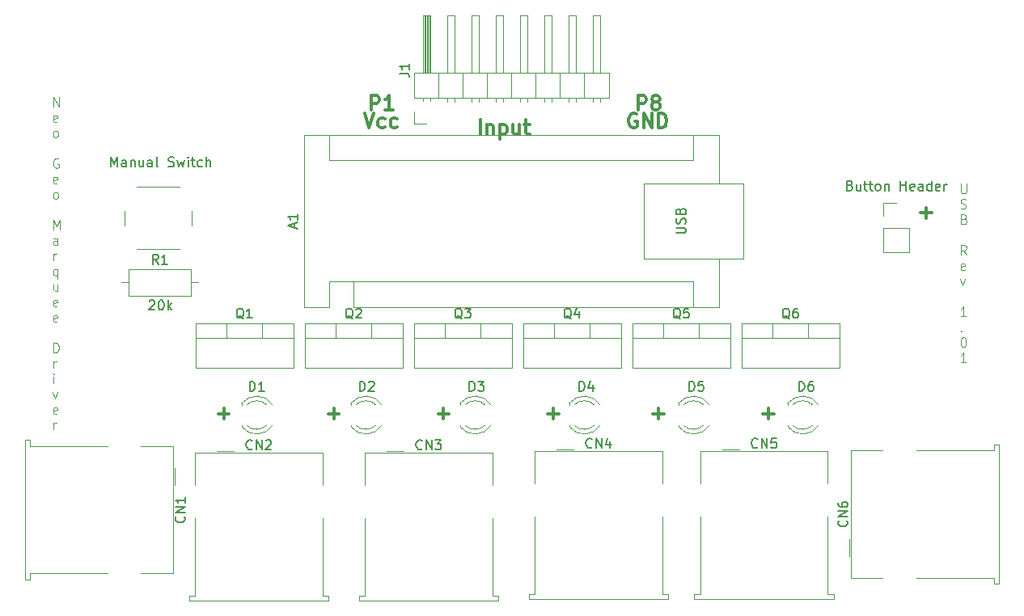
<source format=gbr>
%TF.GenerationSoftware,KiCad,Pcbnew,9.0.0*%
%TF.CreationDate,2025-03-19T10:55:43+10:00*%
%TF.ProjectId,ngmarquee.kicad_pcb_to220_usb_switch_1.0,6e676d61-7271-4756-9565-2e6b69636164,rev?*%
%TF.SameCoordinates,Original*%
%TF.FileFunction,Legend,Top*%
%TF.FilePolarity,Positive*%
%FSLAX46Y46*%
G04 Gerber Fmt 4.6, Leading zero omitted, Abs format (unit mm)*
G04 Created by KiCad (PCBNEW 9.0.0) date 2025-03-19 10:55:43*
%MOMM*%
%LPD*%
G01*
G04 APERTURE LIST*
%ADD10C,0.150000*%
%ADD11C,0.300000*%
%ADD12C,0.200000*%
%ADD13C,0.100000*%
%ADD14C,0.120000*%
G04 APERTURE END LIST*
D10*
X135376779Y-91459819D02*
X135376779Y-90459819D01*
X135376779Y-90459819D02*
X135614874Y-90459819D01*
X135614874Y-90459819D02*
X135757731Y-90507438D01*
X135757731Y-90507438D02*
X135852969Y-90602676D01*
X135852969Y-90602676D02*
X135900588Y-90697914D01*
X135900588Y-90697914D02*
X135948207Y-90888390D01*
X135948207Y-90888390D02*
X135948207Y-91031247D01*
X135948207Y-91031247D02*
X135900588Y-91221723D01*
X135900588Y-91221723D02*
X135852969Y-91316961D01*
X135852969Y-91316961D02*
X135757731Y-91412200D01*
X135757731Y-91412200D02*
X135614874Y-91459819D01*
X135614874Y-91459819D02*
X135376779Y-91459819D01*
X136805350Y-90793152D02*
X136805350Y-91459819D01*
X136567255Y-90412200D02*
X136329160Y-91126485D01*
X136329160Y-91126485D02*
X136948207Y-91126485D01*
X146876779Y-91459819D02*
X146876779Y-90459819D01*
X146876779Y-90459819D02*
X147114874Y-90459819D01*
X147114874Y-90459819D02*
X147257731Y-90507438D01*
X147257731Y-90507438D02*
X147352969Y-90602676D01*
X147352969Y-90602676D02*
X147400588Y-90697914D01*
X147400588Y-90697914D02*
X147448207Y-90888390D01*
X147448207Y-90888390D02*
X147448207Y-91031247D01*
X147448207Y-91031247D02*
X147400588Y-91221723D01*
X147400588Y-91221723D02*
X147352969Y-91316961D01*
X147352969Y-91316961D02*
X147257731Y-91412200D01*
X147257731Y-91412200D02*
X147114874Y-91459819D01*
X147114874Y-91459819D02*
X146876779Y-91459819D01*
X148352969Y-90459819D02*
X147876779Y-90459819D01*
X147876779Y-90459819D02*
X147829160Y-90936009D01*
X147829160Y-90936009D02*
X147876779Y-90888390D01*
X147876779Y-90888390D02*
X147972017Y-90840771D01*
X147972017Y-90840771D02*
X148210112Y-90840771D01*
X148210112Y-90840771D02*
X148305350Y-90888390D01*
X148305350Y-90888390D02*
X148352969Y-90936009D01*
X148352969Y-90936009D02*
X148400588Y-91031247D01*
X148400588Y-91031247D02*
X148400588Y-91269342D01*
X148400588Y-91269342D02*
X148352969Y-91364580D01*
X148352969Y-91364580D02*
X148305350Y-91412200D01*
X148305350Y-91412200D02*
X148210112Y-91459819D01*
X148210112Y-91459819D02*
X147972017Y-91459819D01*
X147972017Y-91459819D02*
X147876779Y-91412200D01*
X147876779Y-91412200D02*
X147829160Y-91364580D01*
D11*
X171094510Y-72819400D02*
X172237368Y-72819400D01*
X171665939Y-73390828D02*
X171665939Y-72247971D01*
X97594510Y-93819400D02*
X98737368Y-93819400D01*
X98165939Y-94390828D02*
X98165939Y-93247971D01*
X120594510Y-93819400D02*
X121737368Y-93819400D01*
X121165939Y-94390828D02*
X121165939Y-93247971D01*
D10*
X86376779Y-67959819D02*
X86376779Y-66959819D01*
X86376779Y-66959819D02*
X86710112Y-67674104D01*
X86710112Y-67674104D02*
X87043445Y-66959819D01*
X87043445Y-66959819D02*
X87043445Y-67959819D01*
X87948207Y-67959819D02*
X87948207Y-67436009D01*
X87948207Y-67436009D02*
X87900588Y-67340771D01*
X87900588Y-67340771D02*
X87805350Y-67293152D01*
X87805350Y-67293152D02*
X87614874Y-67293152D01*
X87614874Y-67293152D02*
X87519636Y-67340771D01*
X87948207Y-67912200D02*
X87852969Y-67959819D01*
X87852969Y-67959819D02*
X87614874Y-67959819D01*
X87614874Y-67959819D02*
X87519636Y-67912200D01*
X87519636Y-67912200D02*
X87472017Y-67816961D01*
X87472017Y-67816961D02*
X87472017Y-67721723D01*
X87472017Y-67721723D02*
X87519636Y-67626485D01*
X87519636Y-67626485D02*
X87614874Y-67578866D01*
X87614874Y-67578866D02*
X87852969Y-67578866D01*
X87852969Y-67578866D02*
X87948207Y-67531247D01*
X88424398Y-67293152D02*
X88424398Y-67959819D01*
X88424398Y-67388390D02*
X88472017Y-67340771D01*
X88472017Y-67340771D02*
X88567255Y-67293152D01*
X88567255Y-67293152D02*
X88710112Y-67293152D01*
X88710112Y-67293152D02*
X88805350Y-67340771D01*
X88805350Y-67340771D02*
X88852969Y-67436009D01*
X88852969Y-67436009D02*
X88852969Y-67959819D01*
X89757731Y-67293152D02*
X89757731Y-67959819D01*
X89329160Y-67293152D02*
X89329160Y-67816961D01*
X89329160Y-67816961D02*
X89376779Y-67912200D01*
X89376779Y-67912200D02*
X89472017Y-67959819D01*
X89472017Y-67959819D02*
X89614874Y-67959819D01*
X89614874Y-67959819D02*
X89710112Y-67912200D01*
X89710112Y-67912200D02*
X89757731Y-67864580D01*
X90662493Y-67959819D02*
X90662493Y-67436009D01*
X90662493Y-67436009D02*
X90614874Y-67340771D01*
X90614874Y-67340771D02*
X90519636Y-67293152D01*
X90519636Y-67293152D02*
X90329160Y-67293152D01*
X90329160Y-67293152D02*
X90233922Y-67340771D01*
X90662493Y-67912200D02*
X90567255Y-67959819D01*
X90567255Y-67959819D02*
X90329160Y-67959819D01*
X90329160Y-67959819D02*
X90233922Y-67912200D01*
X90233922Y-67912200D02*
X90186303Y-67816961D01*
X90186303Y-67816961D02*
X90186303Y-67721723D01*
X90186303Y-67721723D02*
X90233922Y-67626485D01*
X90233922Y-67626485D02*
X90329160Y-67578866D01*
X90329160Y-67578866D02*
X90567255Y-67578866D01*
X90567255Y-67578866D02*
X90662493Y-67531247D01*
X91281541Y-67959819D02*
X91186303Y-67912200D01*
X91186303Y-67912200D02*
X91138684Y-67816961D01*
X91138684Y-67816961D02*
X91138684Y-66959819D01*
X92376780Y-67912200D02*
X92519637Y-67959819D01*
X92519637Y-67959819D02*
X92757732Y-67959819D01*
X92757732Y-67959819D02*
X92852970Y-67912200D01*
X92852970Y-67912200D02*
X92900589Y-67864580D01*
X92900589Y-67864580D02*
X92948208Y-67769342D01*
X92948208Y-67769342D02*
X92948208Y-67674104D01*
X92948208Y-67674104D02*
X92900589Y-67578866D01*
X92900589Y-67578866D02*
X92852970Y-67531247D01*
X92852970Y-67531247D02*
X92757732Y-67483628D01*
X92757732Y-67483628D02*
X92567256Y-67436009D01*
X92567256Y-67436009D02*
X92472018Y-67388390D01*
X92472018Y-67388390D02*
X92424399Y-67340771D01*
X92424399Y-67340771D02*
X92376780Y-67245533D01*
X92376780Y-67245533D02*
X92376780Y-67150295D01*
X92376780Y-67150295D02*
X92424399Y-67055057D01*
X92424399Y-67055057D02*
X92472018Y-67007438D01*
X92472018Y-67007438D02*
X92567256Y-66959819D01*
X92567256Y-66959819D02*
X92805351Y-66959819D01*
X92805351Y-66959819D02*
X92948208Y-67007438D01*
X93281542Y-67293152D02*
X93472018Y-67959819D01*
X93472018Y-67959819D02*
X93662494Y-67483628D01*
X93662494Y-67483628D02*
X93852970Y-67959819D01*
X93852970Y-67959819D02*
X94043446Y-67293152D01*
X94424399Y-67959819D02*
X94424399Y-67293152D01*
X94424399Y-66959819D02*
X94376780Y-67007438D01*
X94376780Y-67007438D02*
X94424399Y-67055057D01*
X94424399Y-67055057D02*
X94472018Y-67007438D01*
X94472018Y-67007438D02*
X94424399Y-66959819D01*
X94424399Y-66959819D02*
X94424399Y-67055057D01*
X94757732Y-67293152D02*
X95138684Y-67293152D01*
X94900589Y-66959819D02*
X94900589Y-67816961D01*
X94900589Y-67816961D02*
X94948208Y-67912200D01*
X94948208Y-67912200D02*
X95043446Y-67959819D01*
X95043446Y-67959819D02*
X95138684Y-67959819D01*
X95900589Y-67912200D02*
X95805351Y-67959819D01*
X95805351Y-67959819D02*
X95614875Y-67959819D01*
X95614875Y-67959819D02*
X95519637Y-67912200D01*
X95519637Y-67912200D02*
X95472018Y-67864580D01*
X95472018Y-67864580D02*
X95424399Y-67769342D01*
X95424399Y-67769342D02*
X95424399Y-67483628D01*
X95424399Y-67483628D02*
X95472018Y-67388390D01*
X95472018Y-67388390D02*
X95519637Y-67340771D01*
X95519637Y-67340771D02*
X95614875Y-67293152D01*
X95614875Y-67293152D02*
X95805351Y-67293152D01*
X95805351Y-67293152D02*
X95900589Y-67340771D01*
X96329161Y-67959819D02*
X96329161Y-66959819D01*
X96757732Y-67959819D02*
X96757732Y-67436009D01*
X96757732Y-67436009D02*
X96710113Y-67340771D01*
X96710113Y-67340771D02*
X96614875Y-67293152D01*
X96614875Y-67293152D02*
X96472018Y-67293152D01*
X96472018Y-67293152D02*
X96376780Y-67340771D01*
X96376780Y-67340771D02*
X96329161Y-67388390D01*
X100876779Y-91459819D02*
X100876779Y-90459819D01*
X100876779Y-90459819D02*
X101114874Y-90459819D01*
X101114874Y-90459819D02*
X101257731Y-90507438D01*
X101257731Y-90507438D02*
X101352969Y-90602676D01*
X101352969Y-90602676D02*
X101400588Y-90697914D01*
X101400588Y-90697914D02*
X101448207Y-90888390D01*
X101448207Y-90888390D02*
X101448207Y-91031247D01*
X101448207Y-91031247D02*
X101400588Y-91221723D01*
X101400588Y-91221723D02*
X101352969Y-91316961D01*
X101352969Y-91316961D02*
X101257731Y-91412200D01*
X101257731Y-91412200D02*
X101114874Y-91459819D01*
X101114874Y-91459819D02*
X100876779Y-91459819D01*
X102400588Y-91459819D02*
X101829160Y-91459819D01*
X102114874Y-91459819D02*
X102114874Y-90459819D01*
X102114874Y-90459819D02*
X102019636Y-90602676D01*
X102019636Y-90602676D02*
X101924398Y-90697914D01*
X101924398Y-90697914D02*
X101829160Y-90745533D01*
D12*
X90362054Y-82052457D02*
X90409673Y-82004838D01*
X90409673Y-82004838D02*
X90504911Y-81957219D01*
X90504911Y-81957219D02*
X90743006Y-81957219D01*
X90743006Y-81957219D02*
X90838244Y-82004838D01*
X90838244Y-82004838D02*
X90885863Y-82052457D01*
X90885863Y-82052457D02*
X90933482Y-82147695D01*
X90933482Y-82147695D02*
X90933482Y-82242933D01*
X90933482Y-82242933D02*
X90885863Y-82385790D01*
X90885863Y-82385790D02*
X90314435Y-82957219D01*
X90314435Y-82957219D02*
X90933482Y-82957219D01*
X91552530Y-81957219D02*
X91647768Y-81957219D01*
X91647768Y-81957219D02*
X91743006Y-82004838D01*
X91743006Y-82004838D02*
X91790625Y-82052457D01*
X91790625Y-82052457D02*
X91838244Y-82147695D01*
X91838244Y-82147695D02*
X91885863Y-82338171D01*
X91885863Y-82338171D02*
X91885863Y-82576266D01*
X91885863Y-82576266D02*
X91838244Y-82766742D01*
X91838244Y-82766742D02*
X91790625Y-82861980D01*
X91790625Y-82861980D02*
X91743006Y-82909600D01*
X91743006Y-82909600D02*
X91647768Y-82957219D01*
X91647768Y-82957219D02*
X91552530Y-82957219D01*
X91552530Y-82957219D02*
X91457292Y-82909600D01*
X91457292Y-82909600D02*
X91409673Y-82861980D01*
X91409673Y-82861980D02*
X91362054Y-82766742D01*
X91362054Y-82766742D02*
X91314435Y-82576266D01*
X91314435Y-82576266D02*
X91314435Y-82338171D01*
X91314435Y-82338171D02*
X91362054Y-82147695D01*
X91362054Y-82147695D02*
X91409673Y-82052457D01*
X91409673Y-82052457D02*
X91457292Y-82004838D01*
X91457292Y-82004838D02*
X91552530Y-81957219D01*
X92314435Y-82957219D02*
X92314435Y-81957219D01*
X92409673Y-82576266D02*
X92695387Y-82957219D01*
X92695387Y-82290552D02*
X92314435Y-82671504D01*
D11*
X141524510Y-62030828D02*
X141524510Y-60530828D01*
X141524510Y-60530828D02*
X142095939Y-60530828D01*
X142095939Y-60530828D02*
X142238796Y-60602257D01*
X142238796Y-60602257D02*
X142310225Y-60673685D01*
X142310225Y-60673685D02*
X142381653Y-60816542D01*
X142381653Y-60816542D02*
X142381653Y-61030828D01*
X142381653Y-61030828D02*
X142310225Y-61173685D01*
X142310225Y-61173685D02*
X142238796Y-61245114D01*
X142238796Y-61245114D02*
X142095939Y-61316542D01*
X142095939Y-61316542D02*
X141524510Y-61316542D01*
X143238796Y-61173685D02*
X143095939Y-61102257D01*
X143095939Y-61102257D02*
X143024510Y-61030828D01*
X143024510Y-61030828D02*
X142953082Y-60887971D01*
X142953082Y-60887971D02*
X142953082Y-60816542D01*
X142953082Y-60816542D02*
X143024510Y-60673685D01*
X143024510Y-60673685D02*
X143095939Y-60602257D01*
X143095939Y-60602257D02*
X143238796Y-60530828D01*
X143238796Y-60530828D02*
X143524510Y-60530828D01*
X143524510Y-60530828D02*
X143667368Y-60602257D01*
X143667368Y-60602257D02*
X143738796Y-60673685D01*
X143738796Y-60673685D02*
X143810225Y-60816542D01*
X143810225Y-60816542D02*
X143810225Y-60887971D01*
X143810225Y-60887971D02*
X143738796Y-61030828D01*
X143738796Y-61030828D02*
X143667368Y-61102257D01*
X143667368Y-61102257D02*
X143524510Y-61173685D01*
X143524510Y-61173685D02*
X143238796Y-61173685D01*
X143238796Y-61173685D02*
X143095939Y-61245114D01*
X143095939Y-61245114D02*
X143024510Y-61316542D01*
X143024510Y-61316542D02*
X142953082Y-61459400D01*
X142953082Y-61459400D02*
X142953082Y-61745114D01*
X142953082Y-61745114D02*
X143024510Y-61887971D01*
X143024510Y-61887971D02*
X143095939Y-61959400D01*
X143095939Y-61959400D02*
X143238796Y-62030828D01*
X143238796Y-62030828D02*
X143524510Y-62030828D01*
X143524510Y-62030828D02*
X143667368Y-61959400D01*
X143667368Y-61959400D02*
X143738796Y-61887971D01*
X143738796Y-61887971D02*
X143810225Y-61745114D01*
X143810225Y-61745114D02*
X143810225Y-61459400D01*
X143810225Y-61459400D02*
X143738796Y-61316542D01*
X143738796Y-61316542D02*
X143667368Y-61245114D01*
X143667368Y-61245114D02*
X143524510Y-61173685D01*
X109094510Y-93819400D02*
X110237368Y-93819400D01*
X109665939Y-94390828D02*
X109665939Y-93247971D01*
X141380225Y-62462257D02*
X141237368Y-62390828D01*
X141237368Y-62390828D02*
X141023082Y-62390828D01*
X141023082Y-62390828D02*
X140808796Y-62462257D01*
X140808796Y-62462257D02*
X140665939Y-62605114D01*
X140665939Y-62605114D02*
X140594510Y-62747971D01*
X140594510Y-62747971D02*
X140523082Y-63033685D01*
X140523082Y-63033685D02*
X140523082Y-63247971D01*
X140523082Y-63247971D02*
X140594510Y-63533685D01*
X140594510Y-63533685D02*
X140665939Y-63676542D01*
X140665939Y-63676542D02*
X140808796Y-63819400D01*
X140808796Y-63819400D02*
X141023082Y-63890828D01*
X141023082Y-63890828D02*
X141165939Y-63890828D01*
X141165939Y-63890828D02*
X141380225Y-63819400D01*
X141380225Y-63819400D02*
X141451653Y-63747971D01*
X141451653Y-63747971D02*
X141451653Y-63247971D01*
X141451653Y-63247971D02*
X141165939Y-63247971D01*
X142094510Y-63890828D02*
X142094510Y-62390828D01*
X142094510Y-62390828D02*
X142951653Y-63890828D01*
X142951653Y-63890828D02*
X142951653Y-62390828D01*
X143665939Y-63890828D02*
X143665939Y-62390828D01*
X143665939Y-62390828D02*
X144023082Y-62390828D01*
X144023082Y-62390828D02*
X144237368Y-62462257D01*
X144237368Y-62462257D02*
X144380225Y-62605114D01*
X144380225Y-62605114D02*
X144451654Y-62747971D01*
X144451654Y-62747971D02*
X144523082Y-63033685D01*
X144523082Y-63033685D02*
X144523082Y-63247971D01*
X144523082Y-63247971D02*
X144451654Y-63533685D01*
X144451654Y-63533685D02*
X144380225Y-63676542D01*
X144380225Y-63676542D02*
X144237368Y-63819400D01*
X144237368Y-63819400D02*
X144023082Y-63890828D01*
X144023082Y-63890828D02*
X143665939Y-63890828D01*
D10*
X123876779Y-91459819D02*
X123876779Y-90459819D01*
X123876779Y-90459819D02*
X124114874Y-90459819D01*
X124114874Y-90459819D02*
X124257731Y-90507438D01*
X124257731Y-90507438D02*
X124352969Y-90602676D01*
X124352969Y-90602676D02*
X124400588Y-90697914D01*
X124400588Y-90697914D02*
X124448207Y-90888390D01*
X124448207Y-90888390D02*
X124448207Y-91031247D01*
X124448207Y-91031247D02*
X124400588Y-91221723D01*
X124400588Y-91221723D02*
X124352969Y-91316961D01*
X124352969Y-91316961D02*
X124257731Y-91412200D01*
X124257731Y-91412200D02*
X124114874Y-91459819D01*
X124114874Y-91459819D02*
X123876779Y-91459819D01*
X124781541Y-90459819D02*
X125400588Y-90459819D01*
X125400588Y-90459819D02*
X125067255Y-90840771D01*
X125067255Y-90840771D02*
X125210112Y-90840771D01*
X125210112Y-90840771D02*
X125305350Y-90888390D01*
X125305350Y-90888390D02*
X125352969Y-90936009D01*
X125352969Y-90936009D02*
X125400588Y-91031247D01*
X125400588Y-91031247D02*
X125400588Y-91269342D01*
X125400588Y-91269342D02*
X125352969Y-91364580D01*
X125352969Y-91364580D02*
X125305350Y-91412200D01*
X125305350Y-91412200D02*
X125210112Y-91459819D01*
X125210112Y-91459819D02*
X124924398Y-91459819D01*
X124924398Y-91459819D02*
X124829160Y-91412200D01*
X124829160Y-91412200D02*
X124781541Y-91364580D01*
D11*
X112880225Y-62390828D02*
X113380225Y-63890828D01*
X113380225Y-63890828D02*
X113880225Y-62390828D01*
X115023082Y-63819400D02*
X114880224Y-63890828D01*
X114880224Y-63890828D02*
X114594510Y-63890828D01*
X114594510Y-63890828D02*
X114451653Y-63819400D01*
X114451653Y-63819400D02*
X114380224Y-63747971D01*
X114380224Y-63747971D02*
X114308796Y-63605114D01*
X114308796Y-63605114D02*
X114308796Y-63176542D01*
X114308796Y-63176542D02*
X114380224Y-63033685D01*
X114380224Y-63033685D02*
X114451653Y-62962257D01*
X114451653Y-62962257D02*
X114594510Y-62890828D01*
X114594510Y-62890828D02*
X114880224Y-62890828D01*
X114880224Y-62890828D02*
X115023082Y-62962257D01*
X116308796Y-63819400D02*
X116165938Y-63890828D01*
X116165938Y-63890828D02*
X115880224Y-63890828D01*
X115880224Y-63890828D02*
X115737367Y-63819400D01*
X115737367Y-63819400D02*
X115665938Y-63747971D01*
X115665938Y-63747971D02*
X115594510Y-63605114D01*
X115594510Y-63605114D02*
X115594510Y-63176542D01*
X115594510Y-63176542D02*
X115665938Y-63033685D01*
X115665938Y-63033685D02*
X115737367Y-62962257D01*
X115737367Y-62962257D02*
X115880224Y-62890828D01*
X115880224Y-62890828D02*
X116165938Y-62890828D01*
X116165938Y-62890828D02*
X116308796Y-62962257D01*
D13*
X175343884Y-69753035D02*
X175343884Y-70562558D01*
X175343884Y-70562558D02*
X175391503Y-70657796D01*
X175391503Y-70657796D02*
X175439122Y-70705416D01*
X175439122Y-70705416D02*
X175534360Y-70753035D01*
X175534360Y-70753035D02*
X175724836Y-70753035D01*
X175724836Y-70753035D02*
X175820074Y-70705416D01*
X175820074Y-70705416D02*
X175867693Y-70657796D01*
X175867693Y-70657796D02*
X175915312Y-70562558D01*
X175915312Y-70562558D02*
X175915312Y-69753035D01*
X175296265Y-72315360D02*
X175439122Y-72362979D01*
X175439122Y-72362979D02*
X175677217Y-72362979D01*
X175677217Y-72362979D02*
X175772455Y-72315360D01*
X175772455Y-72315360D02*
X175820074Y-72267740D01*
X175820074Y-72267740D02*
X175867693Y-72172502D01*
X175867693Y-72172502D02*
X175867693Y-72077264D01*
X175867693Y-72077264D02*
X175820074Y-71982026D01*
X175820074Y-71982026D02*
X175772455Y-71934407D01*
X175772455Y-71934407D02*
X175677217Y-71886788D01*
X175677217Y-71886788D02*
X175486741Y-71839169D01*
X175486741Y-71839169D02*
X175391503Y-71791550D01*
X175391503Y-71791550D02*
X175343884Y-71743931D01*
X175343884Y-71743931D02*
X175296265Y-71648693D01*
X175296265Y-71648693D02*
X175296265Y-71553455D01*
X175296265Y-71553455D02*
X175343884Y-71458217D01*
X175343884Y-71458217D02*
X175391503Y-71410598D01*
X175391503Y-71410598D02*
X175486741Y-71362979D01*
X175486741Y-71362979D02*
X175724836Y-71362979D01*
X175724836Y-71362979D02*
X175867693Y-71410598D01*
X175677217Y-73449113D02*
X175820074Y-73496732D01*
X175820074Y-73496732D02*
X175867693Y-73544351D01*
X175867693Y-73544351D02*
X175915312Y-73639589D01*
X175915312Y-73639589D02*
X175915312Y-73782446D01*
X175915312Y-73782446D02*
X175867693Y-73877684D01*
X175867693Y-73877684D02*
X175820074Y-73925304D01*
X175820074Y-73925304D02*
X175724836Y-73972923D01*
X175724836Y-73972923D02*
X175343884Y-73972923D01*
X175343884Y-73972923D02*
X175343884Y-72972923D01*
X175343884Y-72972923D02*
X175677217Y-72972923D01*
X175677217Y-72972923D02*
X175772455Y-73020542D01*
X175772455Y-73020542D02*
X175820074Y-73068161D01*
X175820074Y-73068161D02*
X175867693Y-73163399D01*
X175867693Y-73163399D02*
X175867693Y-73258637D01*
X175867693Y-73258637D02*
X175820074Y-73353875D01*
X175820074Y-73353875D02*
X175772455Y-73401494D01*
X175772455Y-73401494D02*
X175677217Y-73449113D01*
X175677217Y-73449113D02*
X175343884Y-73449113D01*
X175915312Y-77192811D02*
X175581979Y-76716620D01*
X175343884Y-77192811D02*
X175343884Y-76192811D01*
X175343884Y-76192811D02*
X175724836Y-76192811D01*
X175724836Y-76192811D02*
X175820074Y-76240430D01*
X175820074Y-76240430D02*
X175867693Y-76288049D01*
X175867693Y-76288049D02*
X175915312Y-76383287D01*
X175915312Y-76383287D02*
X175915312Y-76526144D01*
X175915312Y-76526144D02*
X175867693Y-76621382D01*
X175867693Y-76621382D02*
X175820074Y-76669001D01*
X175820074Y-76669001D02*
X175724836Y-76716620D01*
X175724836Y-76716620D02*
X175343884Y-76716620D01*
X175724836Y-78755136D02*
X175629598Y-78802755D01*
X175629598Y-78802755D02*
X175439122Y-78802755D01*
X175439122Y-78802755D02*
X175343884Y-78755136D01*
X175343884Y-78755136D02*
X175296265Y-78659897D01*
X175296265Y-78659897D02*
X175296265Y-78278945D01*
X175296265Y-78278945D02*
X175343884Y-78183707D01*
X175343884Y-78183707D02*
X175439122Y-78136088D01*
X175439122Y-78136088D02*
X175629598Y-78136088D01*
X175629598Y-78136088D02*
X175724836Y-78183707D01*
X175724836Y-78183707D02*
X175772455Y-78278945D01*
X175772455Y-78278945D02*
X175772455Y-78374183D01*
X175772455Y-78374183D02*
X175296265Y-78469421D01*
X175248646Y-79746032D02*
X175486741Y-80412699D01*
X175486741Y-80412699D02*
X175724836Y-79746032D01*
X175867693Y-83632587D02*
X175296265Y-83632587D01*
X175581979Y-83632587D02*
X175581979Y-82632587D01*
X175581979Y-82632587D02*
X175486741Y-82775444D01*
X175486741Y-82775444D02*
X175391503Y-82870682D01*
X175391503Y-82870682D02*
X175296265Y-82918301D01*
X175343884Y-85147292D02*
X175391503Y-85194912D01*
X175391503Y-85194912D02*
X175343884Y-85242531D01*
X175343884Y-85242531D02*
X175296265Y-85194912D01*
X175296265Y-85194912D02*
X175343884Y-85147292D01*
X175343884Y-85147292D02*
X175343884Y-85242531D01*
X175534360Y-85852475D02*
X175629598Y-85852475D01*
X175629598Y-85852475D02*
X175724836Y-85900094D01*
X175724836Y-85900094D02*
X175772455Y-85947713D01*
X175772455Y-85947713D02*
X175820074Y-86042951D01*
X175820074Y-86042951D02*
X175867693Y-86233427D01*
X175867693Y-86233427D02*
X175867693Y-86471522D01*
X175867693Y-86471522D02*
X175820074Y-86661998D01*
X175820074Y-86661998D02*
X175772455Y-86757236D01*
X175772455Y-86757236D02*
X175724836Y-86804856D01*
X175724836Y-86804856D02*
X175629598Y-86852475D01*
X175629598Y-86852475D02*
X175534360Y-86852475D01*
X175534360Y-86852475D02*
X175439122Y-86804856D01*
X175439122Y-86804856D02*
X175391503Y-86757236D01*
X175391503Y-86757236D02*
X175343884Y-86661998D01*
X175343884Y-86661998D02*
X175296265Y-86471522D01*
X175296265Y-86471522D02*
X175296265Y-86233427D01*
X175296265Y-86233427D02*
X175343884Y-86042951D01*
X175343884Y-86042951D02*
X175391503Y-85947713D01*
X175391503Y-85947713D02*
X175439122Y-85900094D01*
X175439122Y-85900094D02*
X175534360Y-85852475D01*
X175867693Y-88462419D02*
X175296265Y-88462419D01*
X175581979Y-88462419D02*
X175581979Y-87462419D01*
X175581979Y-87462419D02*
X175486741Y-87605276D01*
X175486741Y-87605276D02*
X175391503Y-87700514D01*
X175391503Y-87700514D02*
X175296265Y-87748133D01*
D11*
X113584510Y-62030828D02*
X113584510Y-60530828D01*
X113584510Y-60530828D02*
X114155939Y-60530828D01*
X114155939Y-60530828D02*
X114298796Y-60602257D01*
X114298796Y-60602257D02*
X114370225Y-60673685D01*
X114370225Y-60673685D02*
X114441653Y-60816542D01*
X114441653Y-60816542D02*
X114441653Y-61030828D01*
X114441653Y-61030828D02*
X114370225Y-61173685D01*
X114370225Y-61173685D02*
X114298796Y-61245114D01*
X114298796Y-61245114D02*
X114155939Y-61316542D01*
X114155939Y-61316542D02*
X113584510Y-61316542D01*
X115870225Y-62030828D02*
X115013082Y-62030828D01*
X115441653Y-62030828D02*
X115441653Y-60530828D01*
X115441653Y-60530828D02*
X115298796Y-60745114D01*
X115298796Y-60745114D02*
X115155939Y-60887971D01*
X115155939Y-60887971D02*
X115013082Y-60959400D01*
D10*
X163710112Y-69936009D02*
X163852969Y-69983628D01*
X163852969Y-69983628D02*
X163900588Y-70031247D01*
X163900588Y-70031247D02*
X163948207Y-70126485D01*
X163948207Y-70126485D02*
X163948207Y-70269342D01*
X163948207Y-70269342D02*
X163900588Y-70364580D01*
X163900588Y-70364580D02*
X163852969Y-70412200D01*
X163852969Y-70412200D02*
X163757731Y-70459819D01*
X163757731Y-70459819D02*
X163376779Y-70459819D01*
X163376779Y-70459819D02*
X163376779Y-69459819D01*
X163376779Y-69459819D02*
X163710112Y-69459819D01*
X163710112Y-69459819D02*
X163805350Y-69507438D01*
X163805350Y-69507438D02*
X163852969Y-69555057D01*
X163852969Y-69555057D02*
X163900588Y-69650295D01*
X163900588Y-69650295D02*
X163900588Y-69745533D01*
X163900588Y-69745533D02*
X163852969Y-69840771D01*
X163852969Y-69840771D02*
X163805350Y-69888390D01*
X163805350Y-69888390D02*
X163710112Y-69936009D01*
X163710112Y-69936009D02*
X163376779Y-69936009D01*
X164805350Y-69793152D02*
X164805350Y-70459819D01*
X164376779Y-69793152D02*
X164376779Y-70316961D01*
X164376779Y-70316961D02*
X164424398Y-70412200D01*
X164424398Y-70412200D02*
X164519636Y-70459819D01*
X164519636Y-70459819D02*
X164662493Y-70459819D01*
X164662493Y-70459819D02*
X164757731Y-70412200D01*
X164757731Y-70412200D02*
X164805350Y-70364580D01*
X165138684Y-69793152D02*
X165519636Y-69793152D01*
X165281541Y-69459819D02*
X165281541Y-70316961D01*
X165281541Y-70316961D02*
X165329160Y-70412200D01*
X165329160Y-70412200D02*
X165424398Y-70459819D01*
X165424398Y-70459819D02*
X165519636Y-70459819D01*
X165710113Y-69793152D02*
X166091065Y-69793152D01*
X165852970Y-69459819D02*
X165852970Y-70316961D01*
X165852970Y-70316961D02*
X165900589Y-70412200D01*
X165900589Y-70412200D02*
X165995827Y-70459819D01*
X165995827Y-70459819D02*
X166091065Y-70459819D01*
X166567256Y-70459819D02*
X166472018Y-70412200D01*
X166472018Y-70412200D02*
X166424399Y-70364580D01*
X166424399Y-70364580D02*
X166376780Y-70269342D01*
X166376780Y-70269342D02*
X166376780Y-69983628D01*
X166376780Y-69983628D02*
X166424399Y-69888390D01*
X166424399Y-69888390D02*
X166472018Y-69840771D01*
X166472018Y-69840771D02*
X166567256Y-69793152D01*
X166567256Y-69793152D02*
X166710113Y-69793152D01*
X166710113Y-69793152D02*
X166805351Y-69840771D01*
X166805351Y-69840771D02*
X166852970Y-69888390D01*
X166852970Y-69888390D02*
X166900589Y-69983628D01*
X166900589Y-69983628D02*
X166900589Y-70269342D01*
X166900589Y-70269342D02*
X166852970Y-70364580D01*
X166852970Y-70364580D02*
X166805351Y-70412200D01*
X166805351Y-70412200D02*
X166710113Y-70459819D01*
X166710113Y-70459819D02*
X166567256Y-70459819D01*
X167329161Y-69793152D02*
X167329161Y-70459819D01*
X167329161Y-69888390D02*
X167376780Y-69840771D01*
X167376780Y-69840771D02*
X167472018Y-69793152D01*
X167472018Y-69793152D02*
X167614875Y-69793152D01*
X167614875Y-69793152D02*
X167710113Y-69840771D01*
X167710113Y-69840771D02*
X167757732Y-69936009D01*
X167757732Y-69936009D02*
X167757732Y-70459819D01*
X168995828Y-70459819D02*
X168995828Y-69459819D01*
X168995828Y-69936009D02*
X169567256Y-69936009D01*
X169567256Y-70459819D02*
X169567256Y-69459819D01*
X170424399Y-70412200D02*
X170329161Y-70459819D01*
X170329161Y-70459819D02*
X170138685Y-70459819D01*
X170138685Y-70459819D02*
X170043447Y-70412200D01*
X170043447Y-70412200D02*
X169995828Y-70316961D01*
X169995828Y-70316961D02*
X169995828Y-69936009D01*
X169995828Y-69936009D02*
X170043447Y-69840771D01*
X170043447Y-69840771D02*
X170138685Y-69793152D01*
X170138685Y-69793152D02*
X170329161Y-69793152D01*
X170329161Y-69793152D02*
X170424399Y-69840771D01*
X170424399Y-69840771D02*
X170472018Y-69936009D01*
X170472018Y-69936009D02*
X170472018Y-70031247D01*
X170472018Y-70031247D02*
X169995828Y-70126485D01*
X171329161Y-70459819D02*
X171329161Y-69936009D01*
X171329161Y-69936009D02*
X171281542Y-69840771D01*
X171281542Y-69840771D02*
X171186304Y-69793152D01*
X171186304Y-69793152D02*
X170995828Y-69793152D01*
X170995828Y-69793152D02*
X170900590Y-69840771D01*
X171329161Y-70412200D02*
X171233923Y-70459819D01*
X171233923Y-70459819D02*
X170995828Y-70459819D01*
X170995828Y-70459819D02*
X170900590Y-70412200D01*
X170900590Y-70412200D02*
X170852971Y-70316961D01*
X170852971Y-70316961D02*
X170852971Y-70221723D01*
X170852971Y-70221723D02*
X170900590Y-70126485D01*
X170900590Y-70126485D02*
X170995828Y-70078866D01*
X170995828Y-70078866D02*
X171233923Y-70078866D01*
X171233923Y-70078866D02*
X171329161Y-70031247D01*
X172233923Y-70459819D02*
X172233923Y-69459819D01*
X172233923Y-70412200D02*
X172138685Y-70459819D01*
X172138685Y-70459819D02*
X171948209Y-70459819D01*
X171948209Y-70459819D02*
X171852971Y-70412200D01*
X171852971Y-70412200D02*
X171805352Y-70364580D01*
X171805352Y-70364580D02*
X171757733Y-70269342D01*
X171757733Y-70269342D02*
X171757733Y-69983628D01*
X171757733Y-69983628D02*
X171805352Y-69888390D01*
X171805352Y-69888390D02*
X171852971Y-69840771D01*
X171852971Y-69840771D02*
X171948209Y-69793152D01*
X171948209Y-69793152D02*
X172138685Y-69793152D01*
X172138685Y-69793152D02*
X172233923Y-69840771D01*
X173091066Y-70412200D02*
X172995828Y-70459819D01*
X172995828Y-70459819D02*
X172805352Y-70459819D01*
X172805352Y-70459819D02*
X172710114Y-70412200D01*
X172710114Y-70412200D02*
X172662495Y-70316961D01*
X172662495Y-70316961D02*
X172662495Y-69936009D01*
X172662495Y-69936009D02*
X172710114Y-69840771D01*
X172710114Y-69840771D02*
X172805352Y-69793152D01*
X172805352Y-69793152D02*
X172995828Y-69793152D01*
X172995828Y-69793152D02*
X173091066Y-69840771D01*
X173091066Y-69840771D02*
X173138685Y-69936009D01*
X173138685Y-69936009D02*
X173138685Y-70031247D01*
X173138685Y-70031247D02*
X172662495Y-70126485D01*
X173567257Y-70459819D02*
X173567257Y-69793152D01*
X173567257Y-69983628D02*
X173614876Y-69888390D01*
X173614876Y-69888390D02*
X173662495Y-69840771D01*
X173662495Y-69840771D02*
X173757733Y-69793152D01*
X173757733Y-69793152D02*
X173852971Y-69793152D01*
D11*
X154594510Y-93819400D02*
X155737368Y-93819400D01*
X155165939Y-94390828D02*
X155165939Y-93247971D01*
X125014510Y-64570828D02*
X125014510Y-63070828D01*
X125728796Y-63570828D02*
X125728796Y-64570828D01*
X125728796Y-63713685D02*
X125800225Y-63642257D01*
X125800225Y-63642257D02*
X125943082Y-63570828D01*
X125943082Y-63570828D02*
X126157368Y-63570828D01*
X126157368Y-63570828D02*
X126300225Y-63642257D01*
X126300225Y-63642257D02*
X126371654Y-63785114D01*
X126371654Y-63785114D02*
X126371654Y-64570828D01*
X127085939Y-63570828D02*
X127085939Y-65070828D01*
X127085939Y-63642257D02*
X127228797Y-63570828D01*
X127228797Y-63570828D02*
X127514511Y-63570828D01*
X127514511Y-63570828D02*
X127657368Y-63642257D01*
X127657368Y-63642257D02*
X127728797Y-63713685D01*
X127728797Y-63713685D02*
X127800225Y-63856542D01*
X127800225Y-63856542D02*
X127800225Y-64285114D01*
X127800225Y-64285114D02*
X127728797Y-64427971D01*
X127728797Y-64427971D02*
X127657368Y-64499400D01*
X127657368Y-64499400D02*
X127514511Y-64570828D01*
X127514511Y-64570828D02*
X127228797Y-64570828D01*
X127228797Y-64570828D02*
X127085939Y-64499400D01*
X129085940Y-63570828D02*
X129085940Y-64570828D01*
X128443082Y-63570828D02*
X128443082Y-64356542D01*
X128443082Y-64356542D02*
X128514511Y-64499400D01*
X128514511Y-64499400D02*
X128657368Y-64570828D01*
X128657368Y-64570828D02*
X128871654Y-64570828D01*
X128871654Y-64570828D02*
X129014511Y-64499400D01*
X129014511Y-64499400D02*
X129085940Y-64427971D01*
X129585940Y-63570828D02*
X130157368Y-63570828D01*
X129800225Y-63070828D02*
X129800225Y-64356542D01*
X129800225Y-64356542D02*
X129871654Y-64499400D01*
X129871654Y-64499400D02*
X130014511Y-64570828D01*
X130014511Y-64570828D02*
X130157368Y-64570828D01*
X143094510Y-93819400D02*
X144237368Y-93819400D01*
X143665939Y-94390828D02*
X143665939Y-93247971D01*
D10*
X158376779Y-91459819D02*
X158376779Y-90459819D01*
X158376779Y-90459819D02*
X158614874Y-90459819D01*
X158614874Y-90459819D02*
X158757731Y-90507438D01*
X158757731Y-90507438D02*
X158852969Y-90602676D01*
X158852969Y-90602676D02*
X158900588Y-90697914D01*
X158900588Y-90697914D02*
X158948207Y-90888390D01*
X158948207Y-90888390D02*
X158948207Y-91031247D01*
X158948207Y-91031247D02*
X158900588Y-91221723D01*
X158900588Y-91221723D02*
X158852969Y-91316961D01*
X158852969Y-91316961D02*
X158757731Y-91412200D01*
X158757731Y-91412200D02*
X158614874Y-91459819D01*
X158614874Y-91459819D02*
X158376779Y-91459819D01*
X159805350Y-90459819D02*
X159614874Y-90459819D01*
X159614874Y-90459819D02*
X159519636Y-90507438D01*
X159519636Y-90507438D02*
X159472017Y-90555057D01*
X159472017Y-90555057D02*
X159376779Y-90697914D01*
X159376779Y-90697914D02*
X159329160Y-90888390D01*
X159329160Y-90888390D02*
X159329160Y-91269342D01*
X159329160Y-91269342D02*
X159376779Y-91364580D01*
X159376779Y-91364580D02*
X159424398Y-91412200D01*
X159424398Y-91412200D02*
X159519636Y-91459819D01*
X159519636Y-91459819D02*
X159710112Y-91459819D01*
X159710112Y-91459819D02*
X159805350Y-91412200D01*
X159805350Y-91412200D02*
X159852969Y-91364580D01*
X159852969Y-91364580D02*
X159900588Y-91269342D01*
X159900588Y-91269342D02*
X159900588Y-91031247D01*
X159900588Y-91031247D02*
X159852969Y-90936009D01*
X159852969Y-90936009D02*
X159805350Y-90888390D01*
X159805350Y-90888390D02*
X159710112Y-90840771D01*
X159710112Y-90840771D02*
X159519636Y-90840771D01*
X159519636Y-90840771D02*
X159424398Y-90888390D01*
X159424398Y-90888390D02*
X159376779Y-90936009D01*
X159376779Y-90936009D02*
X159329160Y-91031247D01*
D11*
X132094510Y-93819400D02*
X133237368Y-93819400D01*
X132665939Y-94390828D02*
X132665939Y-93247971D01*
D13*
X80343884Y-61653595D02*
X80343884Y-60653595D01*
X80343884Y-60653595D02*
X80915312Y-61653595D01*
X80915312Y-61653595D02*
X80915312Y-60653595D01*
X80724836Y-63215920D02*
X80629598Y-63263539D01*
X80629598Y-63263539D02*
X80439122Y-63263539D01*
X80439122Y-63263539D02*
X80343884Y-63215920D01*
X80343884Y-63215920D02*
X80296265Y-63120681D01*
X80296265Y-63120681D02*
X80296265Y-62739729D01*
X80296265Y-62739729D02*
X80343884Y-62644491D01*
X80343884Y-62644491D02*
X80439122Y-62596872D01*
X80439122Y-62596872D02*
X80629598Y-62596872D01*
X80629598Y-62596872D02*
X80724836Y-62644491D01*
X80724836Y-62644491D02*
X80772455Y-62739729D01*
X80772455Y-62739729D02*
X80772455Y-62834967D01*
X80772455Y-62834967D02*
X80296265Y-62930205D01*
X80486741Y-64873483D02*
X80391503Y-64825864D01*
X80391503Y-64825864D02*
X80343884Y-64778244D01*
X80343884Y-64778244D02*
X80296265Y-64683006D01*
X80296265Y-64683006D02*
X80296265Y-64397292D01*
X80296265Y-64397292D02*
X80343884Y-64302054D01*
X80343884Y-64302054D02*
X80391503Y-64254435D01*
X80391503Y-64254435D02*
X80486741Y-64206816D01*
X80486741Y-64206816D02*
X80629598Y-64206816D01*
X80629598Y-64206816D02*
X80724836Y-64254435D01*
X80724836Y-64254435D02*
X80772455Y-64302054D01*
X80772455Y-64302054D02*
X80820074Y-64397292D01*
X80820074Y-64397292D02*
X80820074Y-64683006D01*
X80820074Y-64683006D02*
X80772455Y-64778244D01*
X80772455Y-64778244D02*
X80724836Y-64825864D01*
X80724836Y-64825864D02*
X80629598Y-64873483D01*
X80629598Y-64873483D02*
X80486741Y-64873483D01*
X80867693Y-67140990D02*
X80772455Y-67093371D01*
X80772455Y-67093371D02*
X80629598Y-67093371D01*
X80629598Y-67093371D02*
X80486741Y-67140990D01*
X80486741Y-67140990D02*
X80391503Y-67236228D01*
X80391503Y-67236228D02*
X80343884Y-67331466D01*
X80343884Y-67331466D02*
X80296265Y-67521942D01*
X80296265Y-67521942D02*
X80296265Y-67664799D01*
X80296265Y-67664799D02*
X80343884Y-67855275D01*
X80343884Y-67855275D02*
X80391503Y-67950513D01*
X80391503Y-67950513D02*
X80486741Y-68045752D01*
X80486741Y-68045752D02*
X80629598Y-68093371D01*
X80629598Y-68093371D02*
X80724836Y-68093371D01*
X80724836Y-68093371D02*
X80867693Y-68045752D01*
X80867693Y-68045752D02*
X80915312Y-67998132D01*
X80915312Y-67998132D02*
X80915312Y-67664799D01*
X80915312Y-67664799D02*
X80724836Y-67664799D01*
X80724836Y-69655696D02*
X80629598Y-69703315D01*
X80629598Y-69703315D02*
X80439122Y-69703315D01*
X80439122Y-69703315D02*
X80343884Y-69655696D01*
X80343884Y-69655696D02*
X80296265Y-69560457D01*
X80296265Y-69560457D02*
X80296265Y-69179505D01*
X80296265Y-69179505D02*
X80343884Y-69084267D01*
X80343884Y-69084267D02*
X80439122Y-69036648D01*
X80439122Y-69036648D02*
X80629598Y-69036648D01*
X80629598Y-69036648D02*
X80724836Y-69084267D01*
X80724836Y-69084267D02*
X80772455Y-69179505D01*
X80772455Y-69179505D02*
X80772455Y-69274743D01*
X80772455Y-69274743D02*
X80296265Y-69369981D01*
X80486741Y-71313259D02*
X80391503Y-71265640D01*
X80391503Y-71265640D02*
X80343884Y-71218020D01*
X80343884Y-71218020D02*
X80296265Y-71122782D01*
X80296265Y-71122782D02*
X80296265Y-70837068D01*
X80296265Y-70837068D02*
X80343884Y-70741830D01*
X80343884Y-70741830D02*
X80391503Y-70694211D01*
X80391503Y-70694211D02*
X80486741Y-70646592D01*
X80486741Y-70646592D02*
X80629598Y-70646592D01*
X80629598Y-70646592D02*
X80724836Y-70694211D01*
X80724836Y-70694211D02*
X80772455Y-70741830D01*
X80772455Y-70741830D02*
X80820074Y-70837068D01*
X80820074Y-70837068D02*
X80820074Y-71122782D01*
X80820074Y-71122782D02*
X80772455Y-71218020D01*
X80772455Y-71218020D02*
X80724836Y-71265640D01*
X80724836Y-71265640D02*
X80629598Y-71313259D01*
X80629598Y-71313259D02*
X80486741Y-71313259D01*
X80343884Y-74533147D02*
X80343884Y-73533147D01*
X80343884Y-73533147D02*
X80677217Y-74247432D01*
X80677217Y-74247432D02*
X81010550Y-73533147D01*
X81010550Y-73533147D02*
X81010550Y-74533147D01*
X80772455Y-76143091D02*
X80772455Y-75619281D01*
X80772455Y-75619281D02*
X80724836Y-75524043D01*
X80724836Y-75524043D02*
X80629598Y-75476424D01*
X80629598Y-75476424D02*
X80439122Y-75476424D01*
X80439122Y-75476424D02*
X80343884Y-75524043D01*
X80772455Y-76095472D02*
X80677217Y-76143091D01*
X80677217Y-76143091D02*
X80439122Y-76143091D01*
X80439122Y-76143091D02*
X80343884Y-76095472D01*
X80343884Y-76095472D02*
X80296265Y-76000233D01*
X80296265Y-76000233D02*
X80296265Y-75904995D01*
X80296265Y-75904995D02*
X80343884Y-75809757D01*
X80343884Y-75809757D02*
X80439122Y-75762138D01*
X80439122Y-75762138D02*
X80677217Y-75762138D01*
X80677217Y-75762138D02*
X80772455Y-75714519D01*
X80343884Y-77753035D02*
X80343884Y-77086368D01*
X80343884Y-77276844D02*
X80391503Y-77181606D01*
X80391503Y-77181606D02*
X80439122Y-77133987D01*
X80439122Y-77133987D02*
X80534360Y-77086368D01*
X80534360Y-77086368D02*
X80629598Y-77086368D01*
X80772455Y-78696312D02*
X80772455Y-79696312D01*
X80772455Y-79315360D02*
X80677217Y-79362979D01*
X80677217Y-79362979D02*
X80486741Y-79362979D01*
X80486741Y-79362979D02*
X80391503Y-79315360D01*
X80391503Y-79315360D02*
X80343884Y-79267740D01*
X80343884Y-79267740D02*
X80296265Y-79172502D01*
X80296265Y-79172502D02*
X80296265Y-78886788D01*
X80296265Y-78886788D02*
X80343884Y-78791550D01*
X80343884Y-78791550D02*
X80391503Y-78743931D01*
X80391503Y-78743931D02*
X80486741Y-78696312D01*
X80486741Y-78696312D02*
X80677217Y-78696312D01*
X80677217Y-78696312D02*
X80772455Y-78743931D01*
X80772455Y-80306256D02*
X80772455Y-80972923D01*
X80343884Y-80306256D02*
X80343884Y-80830065D01*
X80343884Y-80830065D02*
X80391503Y-80925304D01*
X80391503Y-80925304D02*
X80486741Y-80972923D01*
X80486741Y-80972923D02*
X80629598Y-80972923D01*
X80629598Y-80972923D02*
X80724836Y-80925304D01*
X80724836Y-80925304D02*
X80772455Y-80877684D01*
X80724836Y-82535248D02*
X80629598Y-82582867D01*
X80629598Y-82582867D02*
X80439122Y-82582867D01*
X80439122Y-82582867D02*
X80343884Y-82535248D01*
X80343884Y-82535248D02*
X80296265Y-82440009D01*
X80296265Y-82440009D02*
X80296265Y-82059057D01*
X80296265Y-82059057D02*
X80343884Y-81963819D01*
X80343884Y-81963819D02*
X80439122Y-81916200D01*
X80439122Y-81916200D02*
X80629598Y-81916200D01*
X80629598Y-81916200D02*
X80724836Y-81963819D01*
X80724836Y-81963819D02*
X80772455Y-82059057D01*
X80772455Y-82059057D02*
X80772455Y-82154295D01*
X80772455Y-82154295D02*
X80296265Y-82249533D01*
X80724836Y-84145192D02*
X80629598Y-84192811D01*
X80629598Y-84192811D02*
X80439122Y-84192811D01*
X80439122Y-84192811D02*
X80343884Y-84145192D01*
X80343884Y-84145192D02*
X80296265Y-84049953D01*
X80296265Y-84049953D02*
X80296265Y-83669001D01*
X80296265Y-83669001D02*
X80343884Y-83573763D01*
X80343884Y-83573763D02*
X80439122Y-83526144D01*
X80439122Y-83526144D02*
X80629598Y-83526144D01*
X80629598Y-83526144D02*
X80724836Y-83573763D01*
X80724836Y-83573763D02*
X80772455Y-83669001D01*
X80772455Y-83669001D02*
X80772455Y-83764239D01*
X80772455Y-83764239D02*
X80296265Y-83859477D01*
X80343884Y-87412699D02*
X80343884Y-86412699D01*
X80343884Y-86412699D02*
X80581979Y-86412699D01*
X80581979Y-86412699D02*
X80724836Y-86460318D01*
X80724836Y-86460318D02*
X80820074Y-86555556D01*
X80820074Y-86555556D02*
X80867693Y-86650794D01*
X80867693Y-86650794D02*
X80915312Y-86841270D01*
X80915312Y-86841270D02*
X80915312Y-86984127D01*
X80915312Y-86984127D02*
X80867693Y-87174603D01*
X80867693Y-87174603D02*
X80820074Y-87269841D01*
X80820074Y-87269841D02*
X80724836Y-87365080D01*
X80724836Y-87365080D02*
X80581979Y-87412699D01*
X80581979Y-87412699D02*
X80343884Y-87412699D01*
X80343884Y-89022643D02*
X80343884Y-88355976D01*
X80343884Y-88546452D02*
X80391503Y-88451214D01*
X80391503Y-88451214D02*
X80439122Y-88403595D01*
X80439122Y-88403595D02*
X80534360Y-88355976D01*
X80534360Y-88355976D02*
X80629598Y-88355976D01*
X80343884Y-90632587D02*
X80343884Y-89965920D01*
X80343884Y-89632587D02*
X80296265Y-89680206D01*
X80296265Y-89680206D02*
X80343884Y-89727825D01*
X80343884Y-89727825D02*
X80391503Y-89680206D01*
X80391503Y-89680206D02*
X80343884Y-89632587D01*
X80343884Y-89632587D02*
X80343884Y-89727825D01*
X80248646Y-91575864D02*
X80486741Y-92242531D01*
X80486741Y-92242531D02*
X80724836Y-91575864D01*
X80724836Y-93804856D02*
X80629598Y-93852475D01*
X80629598Y-93852475D02*
X80439122Y-93852475D01*
X80439122Y-93852475D02*
X80343884Y-93804856D01*
X80343884Y-93804856D02*
X80296265Y-93709617D01*
X80296265Y-93709617D02*
X80296265Y-93328665D01*
X80296265Y-93328665D02*
X80343884Y-93233427D01*
X80343884Y-93233427D02*
X80439122Y-93185808D01*
X80439122Y-93185808D02*
X80629598Y-93185808D01*
X80629598Y-93185808D02*
X80724836Y-93233427D01*
X80724836Y-93233427D02*
X80772455Y-93328665D01*
X80772455Y-93328665D02*
X80772455Y-93423903D01*
X80772455Y-93423903D02*
X80296265Y-93519141D01*
X80343884Y-95462419D02*
X80343884Y-94795752D01*
X80343884Y-94986228D02*
X80391503Y-94890990D01*
X80391503Y-94890990D02*
X80439122Y-94843371D01*
X80439122Y-94843371D02*
X80534360Y-94795752D01*
X80534360Y-94795752D02*
X80629598Y-94795752D01*
D10*
X112376779Y-91459819D02*
X112376779Y-90459819D01*
X112376779Y-90459819D02*
X112614874Y-90459819D01*
X112614874Y-90459819D02*
X112757731Y-90507438D01*
X112757731Y-90507438D02*
X112852969Y-90602676D01*
X112852969Y-90602676D02*
X112900588Y-90697914D01*
X112900588Y-90697914D02*
X112948207Y-90888390D01*
X112948207Y-90888390D02*
X112948207Y-91031247D01*
X112948207Y-91031247D02*
X112900588Y-91221723D01*
X112900588Y-91221723D02*
X112852969Y-91316961D01*
X112852969Y-91316961D02*
X112757731Y-91412200D01*
X112757731Y-91412200D02*
X112614874Y-91459819D01*
X112614874Y-91459819D02*
X112376779Y-91459819D01*
X113329160Y-90555057D02*
X113376779Y-90507438D01*
X113376779Y-90507438D02*
X113472017Y-90459819D01*
X113472017Y-90459819D02*
X113710112Y-90459819D01*
X113710112Y-90459819D02*
X113805350Y-90507438D01*
X113805350Y-90507438D02*
X113852969Y-90555057D01*
X113852969Y-90555057D02*
X113900588Y-90650295D01*
X113900588Y-90650295D02*
X113900588Y-90745533D01*
X113900588Y-90745533D02*
X113852969Y-90888390D01*
X113852969Y-90888390D02*
X113281541Y-91459819D01*
X113281541Y-91459819D02*
X113900588Y-91459819D01*
X136689523Y-97329580D02*
X136641904Y-97377200D01*
X136641904Y-97377200D02*
X136499047Y-97424819D01*
X136499047Y-97424819D02*
X136403809Y-97424819D01*
X136403809Y-97424819D02*
X136260952Y-97377200D01*
X136260952Y-97377200D02*
X136165714Y-97281961D01*
X136165714Y-97281961D02*
X136118095Y-97186723D01*
X136118095Y-97186723D02*
X136070476Y-96996247D01*
X136070476Y-96996247D02*
X136070476Y-96853390D01*
X136070476Y-96853390D02*
X136118095Y-96662914D01*
X136118095Y-96662914D02*
X136165714Y-96567676D01*
X136165714Y-96567676D02*
X136260952Y-96472438D01*
X136260952Y-96472438D02*
X136403809Y-96424819D01*
X136403809Y-96424819D02*
X136499047Y-96424819D01*
X136499047Y-96424819D02*
X136641904Y-96472438D01*
X136641904Y-96472438D02*
X136689523Y-96520057D01*
X137118095Y-97424819D02*
X137118095Y-96424819D01*
X137118095Y-96424819D02*
X137689523Y-97424819D01*
X137689523Y-97424819D02*
X137689523Y-96424819D01*
X138594285Y-96758152D02*
X138594285Y-97424819D01*
X138356190Y-96377200D02*
X138118095Y-97091485D01*
X138118095Y-97091485D02*
X138737142Y-97091485D01*
X163369580Y-105050476D02*
X163417200Y-105098095D01*
X163417200Y-105098095D02*
X163464819Y-105240952D01*
X163464819Y-105240952D02*
X163464819Y-105336190D01*
X163464819Y-105336190D02*
X163417200Y-105479047D01*
X163417200Y-105479047D02*
X163321961Y-105574285D01*
X163321961Y-105574285D02*
X163226723Y-105621904D01*
X163226723Y-105621904D02*
X163036247Y-105669523D01*
X163036247Y-105669523D02*
X162893390Y-105669523D01*
X162893390Y-105669523D02*
X162702914Y-105621904D01*
X162702914Y-105621904D02*
X162607676Y-105574285D01*
X162607676Y-105574285D02*
X162512438Y-105479047D01*
X162512438Y-105479047D02*
X162464819Y-105336190D01*
X162464819Y-105336190D02*
X162464819Y-105240952D01*
X162464819Y-105240952D02*
X162512438Y-105098095D01*
X162512438Y-105098095D02*
X162560057Y-105050476D01*
X163464819Y-104621904D02*
X162464819Y-104621904D01*
X162464819Y-104621904D02*
X163464819Y-104050476D01*
X163464819Y-104050476D02*
X162464819Y-104050476D01*
X162464819Y-103145714D02*
X162464819Y-103336190D01*
X162464819Y-103336190D02*
X162512438Y-103431428D01*
X162512438Y-103431428D02*
X162560057Y-103479047D01*
X162560057Y-103479047D02*
X162702914Y-103574285D01*
X162702914Y-103574285D02*
X162893390Y-103621904D01*
X162893390Y-103621904D02*
X163274342Y-103621904D01*
X163274342Y-103621904D02*
X163369580Y-103574285D01*
X163369580Y-103574285D02*
X163417200Y-103526666D01*
X163417200Y-103526666D02*
X163464819Y-103431428D01*
X163464819Y-103431428D02*
X163464819Y-103240952D01*
X163464819Y-103240952D02*
X163417200Y-103145714D01*
X163417200Y-103145714D02*
X163369580Y-103098095D01*
X163369580Y-103098095D02*
X163274342Y-103050476D01*
X163274342Y-103050476D02*
X163036247Y-103050476D01*
X163036247Y-103050476D02*
X162941009Y-103098095D01*
X162941009Y-103098095D02*
X162893390Y-103145714D01*
X162893390Y-103145714D02*
X162845771Y-103240952D01*
X162845771Y-103240952D02*
X162845771Y-103431428D01*
X162845771Y-103431428D02*
X162893390Y-103526666D01*
X162893390Y-103526666D02*
X162941009Y-103574285D01*
X162941009Y-103574285D02*
X163036247Y-103621904D01*
X91293333Y-78174819D02*
X90960000Y-77698628D01*
X90721905Y-78174819D02*
X90721905Y-77174819D01*
X90721905Y-77174819D02*
X91102857Y-77174819D01*
X91102857Y-77174819D02*
X91198095Y-77222438D01*
X91198095Y-77222438D02*
X91245714Y-77270057D01*
X91245714Y-77270057D02*
X91293333Y-77365295D01*
X91293333Y-77365295D02*
X91293333Y-77508152D01*
X91293333Y-77508152D02*
X91245714Y-77603390D01*
X91245714Y-77603390D02*
X91198095Y-77651009D01*
X91198095Y-77651009D02*
X91102857Y-77698628D01*
X91102857Y-77698628D02*
X90721905Y-77698628D01*
X92245714Y-78174819D02*
X91674286Y-78174819D01*
X91960000Y-78174819D02*
X91960000Y-77174819D01*
X91960000Y-77174819D02*
X91864762Y-77317676D01*
X91864762Y-77317676D02*
X91769524Y-77412914D01*
X91769524Y-77412914D02*
X91674286Y-77460533D01*
X118909523Y-97499580D02*
X118861904Y-97547200D01*
X118861904Y-97547200D02*
X118719047Y-97594819D01*
X118719047Y-97594819D02*
X118623809Y-97594819D01*
X118623809Y-97594819D02*
X118480952Y-97547200D01*
X118480952Y-97547200D02*
X118385714Y-97451961D01*
X118385714Y-97451961D02*
X118338095Y-97356723D01*
X118338095Y-97356723D02*
X118290476Y-97166247D01*
X118290476Y-97166247D02*
X118290476Y-97023390D01*
X118290476Y-97023390D02*
X118338095Y-96832914D01*
X118338095Y-96832914D02*
X118385714Y-96737676D01*
X118385714Y-96737676D02*
X118480952Y-96642438D01*
X118480952Y-96642438D02*
X118623809Y-96594819D01*
X118623809Y-96594819D02*
X118719047Y-96594819D01*
X118719047Y-96594819D02*
X118861904Y-96642438D01*
X118861904Y-96642438D02*
X118909523Y-96690057D01*
X119338095Y-97594819D02*
X119338095Y-96594819D01*
X119338095Y-96594819D02*
X119909523Y-97594819D01*
X119909523Y-97594819D02*
X119909523Y-96594819D01*
X120290476Y-96594819D02*
X120909523Y-96594819D01*
X120909523Y-96594819D02*
X120576190Y-96975771D01*
X120576190Y-96975771D02*
X120719047Y-96975771D01*
X120719047Y-96975771D02*
X120814285Y-97023390D01*
X120814285Y-97023390D02*
X120861904Y-97071009D01*
X120861904Y-97071009D02*
X120909523Y-97166247D01*
X120909523Y-97166247D02*
X120909523Y-97404342D01*
X120909523Y-97404342D02*
X120861904Y-97499580D01*
X120861904Y-97499580D02*
X120814285Y-97547200D01*
X120814285Y-97547200D02*
X120719047Y-97594819D01*
X120719047Y-97594819D02*
X120433333Y-97594819D01*
X120433333Y-97594819D02*
X120338095Y-97547200D01*
X120338095Y-97547200D02*
X120290476Y-97499580D01*
X157384761Y-83910057D02*
X157289523Y-83862438D01*
X157289523Y-83862438D02*
X157194285Y-83767200D01*
X157194285Y-83767200D02*
X157051428Y-83624342D01*
X157051428Y-83624342D02*
X156956190Y-83576723D01*
X156956190Y-83576723D02*
X156860952Y-83576723D01*
X156908571Y-83814819D02*
X156813333Y-83767200D01*
X156813333Y-83767200D02*
X156718095Y-83671961D01*
X156718095Y-83671961D02*
X156670476Y-83481485D01*
X156670476Y-83481485D02*
X156670476Y-83148152D01*
X156670476Y-83148152D02*
X156718095Y-82957676D01*
X156718095Y-82957676D02*
X156813333Y-82862438D01*
X156813333Y-82862438D02*
X156908571Y-82814819D01*
X156908571Y-82814819D02*
X157099047Y-82814819D01*
X157099047Y-82814819D02*
X157194285Y-82862438D01*
X157194285Y-82862438D02*
X157289523Y-82957676D01*
X157289523Y-82957676D02*
X157337142Y-83148152D01*
X157337142Y-83148152D02*
X157337142Y-83481485D01*
X157337142Y-83481485D02*
X157289523Y-83671961D01*
X157289523Y-83671961D02*
X157194285Y-83767200D01*
X157194285Y-83767200D02*
X157099047Y-83814819D01*
X157099047Y-83814819D02*
X156908571Y-83814819D01*
X158194285Y-82814819D02*
X158003809Y-82814819D01*
X158003809Y-82814819D02*
X157908571Y-82862438D01*
X157908571Y-82862438D02*
X157860952Y-82910057D01*
X157860952Y-82910057D02*
X157765714Y-83052914D01*
X157765714Y-83052914D02*
X157718095Y-83243390D01*
X157718095Y-83243390D02*
X157718095Y-83624342D01*
X157718095Y-83624342D02*
X157765714Y-83719580D01*
X157765714Y-83719580D02*
X157813333Y-83767200D01*
X157813333Y-83767200D02*
X157908571Y-83814819D01*
X157908571Y-83814819D02*
X158099047Y-83814819D01*
X158099047Y-83814819D02*
X158194285Y-83767200D01*
X158194285Y-83767200D02*
X158241904Y-83719580D01*
X158241904Y-83719580D02*
X158289523Y-83624342D01*
X158289523Y-83624342D02*
X158289523Y-83386247D01*
X158289523Y-83386247D02*
X158241904Y-83291009D01*
X158241904Y-83291009D02*
X158194285Y-83243390D01*
X158194285Y-83243390D02*
X158099047Y-83195771D01*
X158099047Y-83195771D02*
X157908571Y-83195771D01*
X157908571Y-83195771D02*
X157813333Y-83243390D01*
X157813333Y-83243390D02*
X157765714Y-83291009D01*
X157765714Y-83291009D02*
X157718095Y-83386247D01*
X93999580Y-104610476D02*
X94047200Y-104658095D01*
X94047200Y-104658095D02*
X94094819Y-104800952D01*
X94094819Y-104800952D02*
X94094819Y-104896190D01*
X94094819Y-104896190D02*
X94047200Y-105039047D01*
X94047200Y-105039047D02*
X93951961Y-105134285D01*
X93951961Y-105134285D02*
X93856723Y-105181904D01*
X93856723Y-105181904D02*
X93666247Y-105229523D01*
X93666247Y-105229523D02*
X93523390Y-105229523D01*
X93523390Y-105229523D02*
X93332914Y-105181904D01*
X93332914Y-105181904D02*
X93237676Y-105134285D01*
X93237676Y-105134285D02*
X93142438Y-105039047D01*
X93142438Y-105039047D02*
X93094819Y-104896190D01*
X93094819Y-104896190D02*
X93094819Y-104800952D01*
X93094819Y-104800952D02*
X93142438Y-104658095D01*
X93142438Y-104658095D02*
X93190057Y-104610476D01*
X94094819Y-104181904D02*
X93094819Y-104181904D01*
X93094819Y-104181904D02*
X94094819Y-103610476D01*
X94094819Y-103610476D02*
X93094819Y-103610476D01*
X94094819Y-102610476D02*
X94094819Y-103181904D01*
X94094819Y-102896190D02*
X93094819Y-102896190D01*
X93094819Y-102896190D02*
X93237676Y-102991428D01*
X93237676Y-102991428D02*
X93332914Y-103086666D01*
X93332914Y-103086666D02*
X93380533Y-103181904D01*
X111664761Y-83910057D02*
X111569523Y-83862438D01*
X111569523Y-83862438D02*
X111474285Y-83767200D01*
X111474285Y-83767200D02*
X111331428Y-83624342D01*
X111331428Y-83624342D02*
X111236190Y-83576723D01*
X111236190Y-83576723D02*
X111140952Y-83576723D01*
X111188571Y-83814819D02*
X111093333Y-83767200D01*
X111093333Y-83767200D02*
X110998095Y-83671961D01*
X110998095Y-83671961D02*
X110950476Y-83481485D01*
X110950476Y-83481485D02*
X110950476Y-83148152D01*
X110950476Y-83148152D02*
X110998095Y-82957676D01*
X110998095Y-82957676D02*
X111093333Y-82862438D01*
X111093333Y-82862438D02*
X111188571Y-82814819D01*
X111188571Y-82814819D02*
X111379047Y-82814819D01*
X111379047Y-82814819D02*
X111474285Y-82862438D01*
X111474285Y-82862438D02*
X111569523Y-82957676D01*
X111569523Y-82957676D02*
X111617142Y-83148152D01*
X111617142Y-83148152D02*
X111617142Y-83481485D01*
X111617142Y-83481485D02*
X111569523Y-83671961D01*
X111569523Y-83671961D02*
X111474285Y-83767200D01*
X111474285Y-83767200D02*
X111379047Y-83814819D01*
X111379047Y-83814819D02*
X111188571Y-83814819D01*
X111998095Y-82910057D02*
X112045714Y-82862438D01*
X112045714Y-82862438D02*
X112140952Y-82814819D01*
X112140952Y-82814819D02*
X112379047Y-82814819D01*
X112379047Y-82814819D02*
X112474285Y-82862438D01*
X112474285Y-82862438D02*
X112521904Y-82910057D01*
X112521904Y-82910057D02*
X112569523Y-83005295D01*
X112569523Y-83005295D02*
X112569523Y-83100533D01*
X112569523Y-83100533D02*
X112521904Y-83243390D01*
X112521904Y-83243390D02*
X111950476Y-83814819D01*
X111950476Y-83814819D02*
X112569523Y-83814819D01*
X145954761Y-83910057D02*
X145859523Y-83862438D01*
X145859523Y-83862438D02*
X145764285Y-83767200D01*
X145764285Y-83767200D02*
X145621428Y-83624342D01*
X145621428Y-83624342D02*
X145526190Y-83576723D01*
X145526190Y-83576723D02*
X145430952Y-83576723D01*
X145478571Y-83814819D02*
X145383333Y-83767200D01*
X145383333Y-83767200D02*
X145288095Y-83671961D01*
X145288095Y-83671961D02*
X145240476Y-83481485D01*
X145240476Y-83481485D02*
X145240476Y-83148152D01*
X145240476Y-83148152D02*
X145288095Y-82957676D01*
X145288095Y-82957676D02*
X145383333Y-82862438D01*
X145383333Y-82862438D02*
X145478571Y-82814819D01*
X145478571Y-82814819D02*
X145669047Y-82814819D01*
X145669047Y-82814819D02*
X145764285Y-82862438D01*
X145764285Y-82862438D02*
X145859523Y-82957676D01*
X145859523Y-82957676D02*
X145907142Y-83148152D01*
X145907142Y-83148152D02*
X145907142Y-83481485D01*
X145907142Y-83481485D02*
X145859523Y-83671961D01*
X145859523Y-83671961D02*
X145764285Y-83767200D01*
X145764285Y-83767200D02*
X145669047Y-83814819D01*
X145669047Y-83814819D02*
X145478571Y-83814819D01*
X146811904Y-82814819D02*
X146335714Y-82814819D01*
X146335714Y-82814819D02*
X146288095Y-83291009D01*
X146288095Y-83291009D02*
X146335714Y-83243390D01*
X146335714Y-83243390D02*
X146430952Y-83195771D01*
X146430952Y-83195771D02*
X146669047Y-83195771D01*
X146669047Y-83195771D02*
X146764285Y-83243390D01*
X146764285Y-83243390D02*
X146811904Y-83291009D01*
X146811904Y-83291009D02*
X146859523Y-83386247D01*
X146859523Y-83386247D02*
X146859523Y-83624342D01*
X146859523Y-83624342D02*
X146811904Y-83719580D01*
X146811904Y-83719580D02*
X146764285Y-83767200D01*
X146764285Y-83767200D02*
X146669047Y-83814819D01*
X146669047Y-83814819D02*
X146430952Y-83814819D01*
X146430952Y-83814819D02*
X146335714Y-83767200D01*
X146335714Y-83767200D02*
X146288095Y-83719580D01*
X134524761Y-83910057D02*
X134429523Y-83862438D01*
X134429523Y-83862438D02*
X134334285Y-83767200D01*
X134334285Y-83767200D02*
X134191428Y-83624342D01*
X134191428Y-83624342D02*
X134096190Y-83576723D01*
X134096190Y-83576723D02*
X134000952Y-83576723D01*
X134048571Y-83814819D02*
X133953333Y-83767200D01*
X133953333Y-83767200D02*
X133858095Y-83671961D01*
X133858095Y-83671961D02*
X133810476Y-83481485D01*
X133810476Y-83481485D02*
X133810476Y-83148152D01*
X133810476Y-83148152D02*
X133858095Y-82957676D01*
X133858095Y-82957676D02*
X133953333Y-82862438D01*
X133953333Y-82862438D02*
X134048571Y-82814819D01*
X134048571Y-82814819D02*
X134239047Y-82814819D01*
X134239047Y-82814819D02*
X134334285Y-82862438D01*
X134334285Y-82862438D02*
X134429523Y-82957676D01*
X134429523Y-82957676D02*
X134477142Y-83148152D01*
X134477142Y-83148152D02*
X134477142Y-83481485D01*
X134477142Y-83481485D02*
X134429523Y-83671961D01*
X134429523Y-83671961D02*
X134334285Y-83767200D01*
X134334285Y-83767200D02*
X134239047Y-83814819D01*
X134239047Y-83814819D02*
X134048571Y-83814819D01*
X135334285Y-83148152D02*
X135334285Y-83814819D01*
X135096190Y-82767200D02*
X134858095Y-83481485D01*
X134858095Y-83481485D02*
X135477142Y-83481485D01*
X101129523Y-97499580D02*
X101081904Y-97547200D01*
X101081904Y-97547200D02*
X100939047Y-97594819D01*
X100939047Y-97594819D02*
X100843809Y-97594819D01*
X100843809Y-97594819D02*
X100700952Y-97547200D01*
X100700952Y-97547200D02*
X100605714Y-97451961D01*
X100605714Y-97451961D02*
X100558095Y-97356723D01*
X100558095Y-97356723D02*
X100510476Y-97166247D01*
X100510476Y-97166247D02*
X100510476Y-97023390D01*
X100510476Y-97023390D02*
X100558095Y-96832914D01*
X100558095Y-96832914D02*
X100605714Y-96737676D01*
X100605714Y-96737676D02*
X100700952Y-96642438D01*
X100700952Y-96642438D02*
X100843809Y-96594819D01*
X100843809Y-96594819D02*
X100939047Y-96594819D01*
X100939047Y-96594819D02*
X101081904Y-96642438D01*
X101081904Y-96642438D02*
X101129523Y-96690057D01*
X101558095Y-97594819D02*
X101558095Y-96594819D01*
X101558095Y-96594819D02*
X102129523Y-97594819D01*
X102129523Y-97594819D02*
X102129523Y-96594819D01*
X102558095Y-96690057D02*
X102605714Y-96642438D01*
X102605714Y-96642438D02*
X102700952Y-96594819D01*
X102700952Y-96594819D02*
X102939047Y-96594819D01*
X102939047Y-96594819D02*
X103034285Y-96642438D01*
X103034285Y-96642438D02*
X103081904Y-96690057D01*
X103081904Y-96690057D02*
X103129523Y-96785295D01*
X103129523Y-96785295D02*
X103129523Y-96880533D01*
X103129523Y-96880533D02*
X103081904Y-97023390D01*
X103081904Y-97023390D02*
X102510476Y-97594819D01*
X102510476Y-97594819D02*
X103129523Y-97594819D01*
X154029523Y-97329580D02*
X153981904Y-97377200D01*
X153981904Y-97377200D02*
X153839047Y-97424819D01*
X153839047Y-97424819D02*
X153743809Y-97424819D01*
X153743809Y-97424819D02*
X153600952Y-97377200D01*
X153600952Y-97377200D02*
X153505714Y-97281961D01*
X153505714Y-97281961D02*
X153458095Y-97186723D01*
X153458095Y-97186723D02*
X153410476Y-96996247D01*
X153410476Y-96996247D02*
X153410476Y-96853390D01*
X153410476Y-96853390D02*
X153458095Y-96662914D01*
X153458095Y-96662914D02*
X153505714Y-96567676D01*
X153505714Y-96567676D02*
X153600952Y-96472438D01*
X153600952Y-96472438D02*
X153743809Y-96424819D01*
X153743809Y-96424819D02*
X153839047Y-96424819D01*
X153839047Y-96424819D02*
X153981904Y-96472438D01*
X153981904Y-96472438D02*
X154029523Y-96520057D01*
X154458095Y-97424819D02*
X154458095Y-96424819D01*
X154458095Y-96424819D02*
X155029523Y-97424819D01*
X155029523Y-97424819D02*
X155029523Y-96424819D01*
X155981904Y-96424819D02*
X155505714Y-96424819D01*
X155505714Y-96424819D02*
X155458095Y-96901009D01*
X155458095Y-96901009D02*
X155505714Y-96853390D01*
X155505714Y-96853390D02*
X155600952Y-96805771D01*
X155600952Y-96805771D02*
X155839047Y-96805771D01*
X155839047Y-96805771D02*
X155934285Y-96853390D01*
X155934285Y-96853390D02*
X155981904Y-96901009D01*
X155981904Y-96901009D02*
X156029523Y-96996247D01*
X156029523Y-96996247D02*
X156029523Y-97234342D01*
X156029523Y-97234342D02*
X155981904Y-97329580D01*
X155981904Y-97329580D02*
X155934285Y-97377200D01*
X155934285Y-97377200D02*
X155839047Y-97424819D01*
X155839047Y-97424819D02*
X155600952Y-97424819D01*
X155600952Y-97424819D02*
X155505714Y-97377200D01*
X155505714Y-97377200D02*
X155458095Y-97329580D01*
X123094761Y-83910057D02*
X122999523Y-83862438D01*
X122999523Y-83862438D02*
X122904285Y-83767200D01*
X122904285Y-83767200D02*
X122761428Y-83624342D01*
X122761428Y-83624342D02*
X122666190Y-83576723D01*
X122666190Y-83576723D02*
X122570952Y-83576723D01*
X122618571Y-83814819D02*
X122523333Y-83767200D01*
X122523333Y-83767200D02*
X122428095Y-83671961D01*
X122428095Y-83671961D02*
X122380476Y-83481485D01*
X122380476Y-83481485D02*
X122380476Y-83148152D01*
X122380476Y-83148152D02*
X122428095Y-82957676D01*
X122428095Y-82957676D02*
X122523333Y-82862438D01*
X122523333Y-82862438D02*
X122618571Y-82814819D01*
X122618571Y-82814819D02*
X122809047Y-82814819D01*
X122809047Y-82814819D02*
X122904285Y-82862438D01*
X122904285Y-82862438D02*
X122999523Y-82957676D01*
X122999523Y-82957676D02*
X123047142Y-83148152D01*
X123047142Y-83148152D02*
X123047142Y-83481485D01*
X123047142Y-83481485D02*
X122999523Y-83671961D01*
X122999523Y-83671961D02*
X122904285Y-83767200D01*
X122904285Y-83767200D02*
X122809047Y-83814819D01*
X122809047Y-83814819D02*
X122618571Y-83814819D01*
X123380476Y-82814819D02*
X123999523Y-82814819D01*
X123999523Y-82814819D02*
X123666190Y-83195771D01*
X123666190Y-83195771D02*
X123809047Y-83195771D01*
X123809047Y-83195771D02*
X123904285Y-83243390D01*
X123904285Y-83243390D02*
X123951904Y-83291009D01*
X123951904Y-83291009D02*
X123999523Y-83386247D01*
X123999523Y-83386247D02*
X123999523Y-83624342D01*
X123999523Y-83624342D02*
X123951904Y-83719580D01*
X123951904Y-83719580D02*
X123904285Y-83767200D01*
X123904285Y-83767200D02*
X123809047Y-83814819D01*
X123809047Y-83814819D02*
X123523333Y-83814819D01*
X123523333Y-83814819D02*
X123428095Y-83767200D01*
X123428095Y-83767200D02*
X123380476Y-83719580D01*
X100234761Y-83910057D02*
X100139523Y-83862438D01*
X100139523Y-83862438D02*
X100044285Y-83767200D01*
X100044285Y-83767200D02*
X99901428Y-83624342D01*
X99901428Y-83624342D02*
X99806190Y-83576723D01*
X99806190Y-83576723D02*
X99710952Y-83576723D01*
X99758571Y-83814819D02*
X99663333Y-83767200D01*
X99663333Y-83767200D02*
X99568095Y-83671961D01*
X99568095Y-83671961D02*
X99520476Y-83481485D01*
X99520476Y-83481485D02*
X99520476Y-83148152D01*
X99520476Y-83148152D02*
X99568095Y-82957676D01*
X99568095Y-82957676D02*
X99663333Y-82862438D01*
X99663333Y-82862438D02*
X99758571Y-82814819D01*
X99758571Y-82814819D02*
X99949047Y-82814819D01*
X99949047Y-82814819D02*
X100044285Y-82862438D01*
X100044285Y-82862438D02*
X100139523Y-82957676D01*
X100139523Y-82957676D02*
X100187142Y-83148152D01*
X100187142Y-83148152D02*
X100187142Y-83481485D01*
X100187142Y-83481485D02*
X100139523Y-83671961D01*
X100139523Y-83671961D02*
X100044285Y-83767200D01*
X100044285Y-83767200D02*
X99949047Y-83814819D01*
X99949047Y-83814819D02*
X99758571Y-83814819D01*
X101139523Y-83814819D02*
X100568095Y-83814819D01*
X100853809Y-83814819D02*
X100853809Y-82814819D01*
X100853809Y-82814819D02*
X100758571Y-82957676D01*
X100758571Y-82957676D02*
X100663333Y-83052914D01*
X100663333Y-83052914D02*
X100568095Y-83100533D01*
X105579104Y-74374285D02*
X105579104Y-73898095D01*
X105864819Y-74469523D02*
X104864819Y-74136190D01*
X104864819Y-74136190D02*
X105864819Y-73802857D01*
X105864819Y-72945714D02*
X105864819Y-73517142D01*
X105864819Y-73231428D02*
X104864819Y-73231428D01*
X104864819Y-73231428D02*
X105007676Y-73326666D01*
X105007676Y-73326666D02*
X105102914Y-73421904D01*
X105102914Y-73421904D02*
X105150533Y-73517142D01*
X145504819Y-74921904D02*
X146314342Y-74921904D01*
X146314342Y-74921904D02*
X146409580Y-74874285D01*
X146409580Y-74874285D02*
X146457200Y-74826666D01*
X146457200Y-74826666D02*
X146504819Y-74731428D01*
X146504819Y-74731428D02*
X146504819Y-74540952D01*
X146504819Y-74540952D02*
X146457200Y-74445714D01*
X146457200Y-74445714D02*
X146409580Y-74398095D01*
X146409580Y-74398095D02*
X146314342Y-74350476D01*
X146314342Y-74350476D02*
X145504819Y-74350476D01*
X146457200Y-73921904D02*
X146504819Y-73779047D01*
X146504819Y-73779047D02*
X146504819Y-73540952D01*
X146504819Y-73540952D02*
X146457200Y-73445714D01*
X146457200Y-73445714D02*
X146409580Y-73398095D01*
X146409580Y-73398095D02*
X146314342Y-73350476D01*
X146314342Y-73350476D02*
X146219104Y-73350476D01*
X146219104Y-73350476D02*
X146123866Y-73398095D01*
X146123866Y-73398095D02*
X146076247Y-73445714D01*
X146076247Y-73445714D02*
X146028628Y-73540952D01*
X146028628Y-73540952D02*
X145981009Y-73731428D01*
X145981009Y-73731428D02*
X145933390Y-73826666D01*
X145933390Y-73826666D02*
X145885771Y-73874285D01*
X145885771Y-73874285D02*
X145790533Y-73921904D01*
X145790533Y-73921904D02*
X145695295Y-73921904D01*
X145695295Y-73921904D02*
X145600057Y-73874285D01*
X145600057Y-73874285D02*
X145552438Y-73826666D01*
X145552438Y-73826666D02*
X145504819Y-73731428D01*
X145504819Y-73731428D02*
X145504819Y-73493333D01*
X145504819Y-73493333D02*
X145552438Y-73350476D01*
X145981009Y-72588571D02*
X146028628Y-72445714D01*
X146028628Y-72445714D02*
X146076247Y-72398095D01*
X146076247Y-72398095D02*
X146171485Y-72350476D01*
X146171485Y-72350476D02*
X146314342Y-72350476D01*
X146314342Y-72350476D02*
X146409580Y-72398095D01*
X146409580Y-72398095D02*
X146457200Y-72445714D01*
X146457200Y-72445714D02*
X146504819Y-72540952D01*
X146504819Y-72540952D02*
X146504819Y-72921904D01*
X146504819Y-72921904D02*
X145504819Y-72921904D01*
X145504819Y-72921904D02*
X145504819Y-72588571D01*
X145504819Y-72588571D02*
X145552438Y-72493333D01*
X145552438Y-72493333D02*
X145600057Y-72445714D01*
X145600057Y-72445714D02*
X145695295Y-72398095D01*
X145695295Y-72398095D02*
X145790533Y-72398095D01*
X145790533Y-72398095D02*
X145885771Y-72445714D01*
X145885771Y-72445714D02*
X145933390Y-72493333D01*
X145933390Y-72493333D02*
X145981009Y-72588571D01*
X145981009Y-72588571D02*
X145981009Y-72921904D01*
X116564819Y-58178333D02*
X117279104Y-58178333D01*
X117279104Y-58178333D02*
X117421961Y-58225952D01*
X117421961Y-58225952D02*
X117517200Y-58321190D01*
X117517200Y-58321190D02*
X117564819Y-58464047D01*
X117564819Y-58464047D02*
X117564819Y-58559285D01*
X117564819Y-57178333D02*
X117564819Y-57749761D01*
X117564819Y-57464047D02*
X116564819Y-57464047D01*
X116564819Y-57464047D02*
X116707676Y-57559285D01*
X116707676Y-57559285D02*
X116802914Y-57654523D01*
X116802914Y-57654523D02*
X116850533Y-57749761D01*
D14*
%TO.C,CN4*%
X130070000Y-112740000D02*
X130070000Y-113260000D01*
X130070000Y-113260000D02*
X144690000Y-113260000D01*
X130720000Y-97780000D02*
X130720000Y-101110000D01*
X130720000Y-97780000D02*
X144040000Y-97780000D01*
X130720000Y-112740000D02*
X130070000Y-112740000D01*
X130720000Y-112740000D02*
X130720000Y-104630000D01*
X132980000Y-97560000D02*
X134780000Y-97560000D01*
X144040000Y-97780000D02*
X144040000Y-101110000D01*
X144040000Y-104630000D02*
X144040000Y-112740000D01*
X144690000Y-112740000D02*
X144040000Y-112740000D01*
X144690000Y-113260000D02*
X144690000Y-112740000D01*
%TO.C,CN6*%
X163600000Y-108760000D02*
X163600000Y-106960000D01*
X163820000Y-97700000D02*
X167150000Y-97700000D01*
X163820000Y-111020000D02*
X163820000Y-97700000D01*
X163820000Y-111020000D02*
X167150000Y-111020000D01*
X170670000Y-97700000D02*
X178780000Y-97700000D01*
X178780000Y-97050000D02*
X178780000Y-97700000D01*
X178780000Y-111020000D02*
X170670000Y-111020000D01*
X178780000Y-111020000D02*
X178780000Y-111670000D01*
X178780000Y-111670000D02*
X179300000Y-111670000D01*
X179300000Y-97050000D02*
X178780000Y-97050000D01*
X179300000Y-111670000D02*
X179300000Y-97050000D01*
%TO.C,REF\u002A\u002A*%
X87790000Y-72590000D02*
X87790000Y-74090000D01*
X89040000Y-76590000D02*
X93540000Y-76590000D01*
X93540000Y-70090000D02*
X89040000Y-70090000D01*
X94790000Y-74090000D02*
X94790000Y-72590000D01*
%TO.C,R1*%
X87420000Y-80090000D02*
X88190000Y-80090000D01*
X88190000Y-78720000D02*
X88190000Y-81460000D01*
X88190000Y-81460000D02*
X94730000Y-81460000D01*
X94730000Y-78720000D02*
X88190000Y-78720000D01*
X94730000Y-81460000D02*
X94730000Y-78720000D01*
X95500000Y-80090000D02*
X94730000Y-80090000D01*
%TO.C,D1*%
X100040000Y-92744000D02*
X100040000Y-92900000D01*
X100040000Y-95060000D02*
X100040000Y-95216000D01*
X100040000Y-92744484D02*
G75*
G02*
X103272335Y-92901392I1560000J-1235516D01*
G01*
X100559039Y-92900000D02*
G75*
G02*
X102641130Y-92900163I1040961J-1080000D01*
G01*
X102641130Y-95059837D02*
G75*
G02*
X100559039Y-95060000I-1041130J1079837D01*
G01*
X103272335Y-95058608D02*
G75*
G02*
X100040000Y-95215516I-1672335J1078608D01*
G01*
%TO.C,D6*%
X157190000Y-92744000D02*
X157190000Y-92900000D01*
X157190000Y-95060000D02*
X157190000Y-95216000D01*
X157190000Y-92744484D02*
G75*
G02*
X160422335Y-92901392I1560000J-1235516D01*
G01*
X157709039Y-92900000D02*
G75*
G02*
X159791130Y-92900163I1040961J-1080000D01*
G01*
X159791130Y-95059837D02*
G75*
G02*
X157709039Y-95060000I-1041130J1079837D01*
G01*
X160422335Y-95058608D02*
G75*
G02*
X157190000Y-95215516I-1672335J1078608D01*
G01*
%TO.C,D5*%
X145760000Y-92744000D02*
X145760000Y-92900000D01*
X145760000Y-95060000D02*
X145760000Y-95216000D01*
X145760000Y-92744484D02*
G75*
G02*
X148992335Y-92901392I1560000J-1235516D01*
G01*
X146279039Y-92900000D02*
G75*
G02*
X148361130Y-92900163I1040961J-1080000D01*
G01*
X148361130Y-95059837D02*
G75*
G02*
X146279039Y-95060000I-1041130J1079837D01*
G01*
X148992335Y-95058608D02*
G75*
G02*
X145760000Y-95215516I-1672335J1078608D01*
G01*
%TO.C,CN3*%
X112290000Y-112910000D02*
X112290000Y-113430000D01*
X112290000Y-113430000D02*
X126910000Y-113430000D01*
X112940000Y-97950000D02*
X112940000Y-101280000D01*
X112940000Y-97950000D02*
X126260000Y-97950000D01*
X112940000Y-112910000D02*
X112290000Y-112910000D01*
X112940000Y-112910000D02*
X112940000Y-104800000D01*
X115200000Y-97730000D02*
X117000000Y-97730000D01*
X126260000Y-97950000D02*
X126260000Y-101280000D01*
X126260000Y-104800000D02*
X126260000Y-112910000D01*
X126910000Y-112910000D02*
X126260000Y-112910000D01*
X126910000Y-113430000D02*
X126910000Y-112910000D01*
%TO.C,Q6*%
X152360000Y-84360000D02*
X152360000Y-89001000D01*
X152360000Y-84360000D02*
X162600000Y-84360000D01*
X152360000Y-85870000D02*
X162600000Y-85870000D01*
X152360000Y-89001000D02*
X162600000Y-89001000D01*
X155630000Y-84360000D02*
X155630000Y-85870000D01*
X159331000Y-84360000D02*
X159331000Y-85870000D01*
X162600000Y-84360000D02*
X162600000Y-89001000D01*
%TO.C,CN1*%
X77350000Y-96610000D02*
X77350000Y-111230000D01*
X77350000Y-111230000D02*
X77870000Y-111230000D01*
X77870000Y-96610000D02*
X77350000Y-96610000D01*
X77870000Y-97260000D02*
X77870000Y-96610000D01*
X77870000Y-97260000D02*
X85980000Y-97260000D01*
X77870000Y-111230000D02*
X77870000Y-110580000D01*
X85980000Y-110580000D02*
X77870000Y-110580000D01*
X92830000Y-97260000D02*
X89500000Y-97260000D01*
X92830000Y-97260000D02*
X92830000Y-110580000D01*
X92830000Y-110580000D02*
X89500000Y-110580000D01*
X93050000Y-99520000D02*
X93050000Y-101320000D01*
%TO.C,Q2*%
X106640000Y-84360000D02*
X106640000Y-89001000D01*
X106640000Y-84360000D02*
X116880000Y-84360000D01*
X106640000Y-85870000D02*
X116880000Y-85870000D01*
X106640000Y-89001000D02*
X116880000Y-89001000D01*
X109910000Y-84360000D02*
X109910000Y-85870000D01*
X113611000Y-84360000D02*
X113611000Y-85870000D01*
X116880000Y-84360000D02*
X116880000Y-89001000D01*
%TO.C,D4*%
X134330000Y-92744000D02*
X134330000Y-92900000D01*
X134330000Y-95060000D02*
X134330000Y-95216000D01*
X134330000Y-92744484D02*
G75*
G02*
X137562335Y-92901392I1560000J-1235516D01*
G01*
X134849039Y-92900000D02*
G75*
G02*
X136931130Y-92900163I1040961J-1080000D01*
G01*
X136931130Y-95059837D02*
G75*
G02*
X134849039Y-95060000I-1041130J1079837D01*
G01*
X137562335Y-95058608D02*
G75*
G02*
X134330000Y-95215516I-1672335J1078608D01*
G01*
%TO.C,D3*%
X122900000Y-92744000D02*
X122900000Y-92900000D01*
X122900000Y-95060000D02*
X122900000Y-95216000D01*
X122900000Y-92744484D02*
G75*
G02*
X126132335Y-92901392I1560000J-1235516D01*
G01*
X123419039Y-92900000D02*
G75*
G02*
X125501130Y-92900163I1040961J-1080000D01*
G01*
X125501130Y-95059837D02*
G75*
G02*
X123419039Y-95060000I-1041130J1079837D01*
G01*
X126132335Y-95058608D02*
G75*
G02*
X122900000Y-95215516I-1672335J1078608D01*
G01*
%TO.C,Q5*%
X140930000Y-84360000D02*
X140930000Y-89001000D01*
X140930000Y-84360000D02*
X151170000Y-84360000D01*
X140930000Y-85870000D02*
X151170000Y-85870000D01*
X140930000Y-89001000D02*
X151170000Y-89001000D01*
X144200000Y-84360000D02*
X144200000Y-85870000D01*
X147901000Y-84360000D02*
X147901000Y-85870000D01*
X151170000Y-84360000D02*
X151170000Y-89001000D01*
%TO.C,Q4*%
X129500000Y-84360000D02*
X129500000Y-89001000D01*
X129500000Y-84360000D02*
X139740000Y-84360000D01*
X129500000Y-85870000D02*
X139740000Y-85870000D01*
X129500000Y-89001000D02*
X139740000Y-89001000D01*
X132770000Y-84360000D02*
X132770000Y-85870000D01*
X136471000Y-84360000D02*
X136471000Y-85870000D01*
X139740000Y-84360000D02*
X139740000Y-89001000D01*
%TO.C,CN2*%
X94510000Y-112910000D02*
X94510000Y-113430000D01*
X94510000Y-113430000D02*
X109130000Y-113430000D01*
X95160000Y-97950000D02*
X95160000Y-101280000D01*
X95160000Y-97950000D02*
X108480000Y-97950000D01*
X95160000Y-112910000D02*
X94510000Y-112910000D01*
X95160000Y-112910000D02*
X95160000Y-104800000D01*
X97420000Y-97730000D02*
X99220000Y-97730000D01*
X108480000Y-97950000D02*
X108480000Y-101280000D01*
X108480000Y-104800000D02*
X108480000Y-112910000D01*
X109130000Y-112910000D02*
X108480000Y-112910000D01*
X109130000Y-113430000D02*
X109130000Y-112910000D01*
%TO.C,CN5*%
X147410000Y-112740000D02*
X147410000Y-113260000D01*
X147410000Y-113260000D02*
X162030000Y-113260000D01*
X148060000Y-97780000D02*
X148060000Y-101110000D01*
X148060000Y-97780000D02*
X161380000Y-97780000D01*
X148060000Y-112740000D02*
X147410000Y-112740000D01*
X148060000Y-112740000D02*
X148060000Y-104630000D01*
X150320000Y-97560000D02*
X152120000Y-97560000D01*
X161380000Y-97780000D02*
X161380000Y-101110000D01*
X161380000Y-104630000D02*
X161380000Y-112740000D01*
X162030000Y-112740000D02*
X161380000Y-112740000D01*
X162030000Y-113260000D02*
X162030000Y-112740000D01*
%TO.C,Q3*%
X118070000Y-84360000D02*
X118070000Y-89001000D01*
X118070000Y-84360000D02*
X128310000Y-84360000D01*
X118070000Y-85870000D02*
X128310000Y-85870000D01*
X118070000Y-89001000D02*
X128310000Y-89001000D01*
X121340000Y-84360000D02*
X121340000Y-85870000D01*
X125041000Y-84360000D02*
X125041000Y-85870000D01*
X128310000Y-84360000D02*
X128310000Y-89001000D01*
%TO.C,Q1*%
X95210000Y-84360000D02*
X95210000Y-89001000D01*
X95210000Y-84360000D02*
X105450000Y-84360000D01*
X95210000Y-85870000D02*
X105450000Y-85870000D01*
X95210000Y-89001000D02*
X105450000Y-89001000D01*
X98480000Y-84360000D02*
X98480000Y-85870000D01*
X102181000Y-84360000D02*
X102181000Y-85870000D01*
X105450000Y-84360000D02*
X105450000Y-89001000D01*
%TO.C,A1*%
X106550000Y-64640000D02*
X106550000Y-82680000D01*
X106550000Y-82680000D02*
X109220000Y-82680000D01*
X109220000Y-67310000D02*
X109220000Y-64640000D01*
X109220000Y-67310000D02*
X147320000Y-67310000D01*
X109220000Y-80010000D02*
X109220000Y-82680000D01*
X111760000Y-80010000D02*
X109220000Y-80010000D01*
X111760000Y-80010000D02*
X111760000Y-82680000D01*
X111760000Y-80010000D02*
X147320000Y-80010000D01*
X111760000Y-82680000D02*
X149990000Y-82680000D01*
X142110000Y-69720000D02*
X152530000Y-69720000D01*
X142110000Y-77600000D02*
X142110000Y-69720000D01*
X147320000Y-67310000D02*
X147320000Y-64640000D01*
X147320000Y-80010000D02*
X147320000Y-82680000D01*
X149990000Y-64640000D02*
X106550000Y-64640000D01*
X149990000Y-64640000D02*
X149990000Y-69720000D01*
X149990000Y-82680000D02*
X149990000Y-77600000D01*
X152530000Y-69720000D02*
X152530000Y-77600000D01*
X152530000Y-77600000D02*
X142110000Y-77600000D01*
%TO.C,REF\u002A\u002A*%
X167210000Y-71760000D02*
X168540000Y-71760000D01*
X167210000Y-73090000D02*
X167210000Y-71760000D01*
X167210000Y-74360000D02*
X167210000Y-76960000D01*
X167210000Y-74360000D02*
X169870000Y-74360000D01*
X167210000Y-76960000D02*
X169870000Y-76960000D01*
X169870000Y-74360000D02*
X169870000Y-76960000D01*
%TO.C,J1*%
X118050000Y-58130000D02*
X118050000Y-60790000D01*
X118050000Y-60790000D02*
X138490000Y-60790000D01*
X118110000Y-63500000D02*
X118110000Y-62230000D01*
X119000000Y-52130000D02*
X119760000Y-52130000D01*
X119000000Y-58130000D02*
X119000000Y-52130000D01*
X119000000Y-61120000D02*
X119000000Y-60790000D01*
X119060000Y-58130000D02*
X119060000Y-52130000D01*
X119180000Y-58130000D02*
X119180000Y-52130000D01*
X119300000Y-58130000D02*
X119300000Y-52130000D01*
X119380000Y-63500000D02*
X118110000Y-63500000D01*
X119420000Y-58130000D02*
X119420000Y-52130000D01*
X119540000Y-58130000D02*
X119540000Y-52130000D01*
X119660000Y-58130000D02*
X119660000Y-52130000D01*
X119760000Y-52130000D02*
X119760000Y-58130000D01*
X119760000Y-61120000D02*
X119760000Y-60790000D01*
X120650000Y-60790000D02*
X120650000Y-58130000D01*
X121540000Y-52130000D02*
X122300000Y-52130000D01*
X121540000Y-58130000D02*
X121540000Y-52130000D01*
X121540000Y-61187071D02*
X121540000Y-60790000D01*
X122300000Y-52130000D02*
X122300000Y-58130000D01*
X122300000Y-61187071D02*
X122300000Y-60790000D01*
X123190000Y-60790000D02*
X123190000Y-58130000D01*
X124080000Y-52130000D02*
X124840000Y-52130000D01*
X124080000Y-58130000D02*
X124080000Y-52130000D01*
X124080000Y-61187071D02*
X124080000Y-60790000D01*
X124840000Y-52130000D02*
X124840000Y-58130000D01*
X124840000Y-61187071D02*
X124840000Y-60790000D01*
X125730000Y-60790000D02*
X125730000Y-58130000D01*
X126620000Y-52130000D02*
X127380000Y-52130000D01*
X126620000Y-58130000D02*
X126620000Y-52130000D01*
X126620000Y-61187071D02*
X126620000Y-60790000D01*
X127380000Y-52130000D02*
X127380000Y-58130000D01*
X127380000Y-61187071D02*
X127380000Y-60790000D01*
X128270000Y-60790000D02*
X128270000Y-58130000D01*
X129160000Y-52130000D02*
X129920000Y-52130000D01*
X129160000Y-58130000D02*
X129160000Y-52130000D01*
X129160000Y-61187071D02*
X129160000Y-60790000D01*
X129920000Y-52130000D02*
X129920000Y-58130000D01*
X129920000Y-61187071D02*
X129920000Y-60790000D01*
X130810000Y-60790000D02*
X130810000Y-58130000D01*
X131700000Y-52130000D02*
X132460000Y-52130000D01*
X131700000Y-58130000D02*
X131700000Y-52130000D01*
X131700000Y-61187071D02*
X131700000Y-60790000D01*
X132460000Y-52130000D02*
X132460000Y-58130000D01*
X132460000Y-61187071D02*
X132460000Y-60790000D01*
X133350000Y-60790000D02*
X133350000Y-58130000D01*
X134240000Y-52130000D02*
X135000000Y-52130000D01*
X134240000Y-58130000D02*
X134240000Y-52130000D01*
X134240000Y-61187071D02*
X134240000Y-60790000D01*
X135000000Y-52130000D02*
X135000000Y-58130000D01*
X135000000Y-61187071D02*
X135000000Y-60790000D01*
X135890000Y-60790000D02*
X135890000Y-58130000D01*
X136780000Y-52130000D02*
X137540000Y-52130000D01*
X136780000Y-58130000D02*
X136780000Y-52130000D01*
X136780000Y-61187071D02*
X136780000Y-60790000D01*
X137540000Y-52130000D02*
X137540000Y-58130000D01*
X137540000Y-61187071D02*
X137540000Y-60790000D01*
X138490000Y-58130000D02*
X118050000Y-58130000D01*
X138490000Y-60790000D02*
X138490000Y-58130000D01*
%TO.C,D2*%
X111470000Y-92744000D02*
X111470000Y-92900000D01*
X111470000Y-95060000D02*
X111470000Y-95216000D01*
X111470000Y-92744484D02*
G75*
G02*
X114702335Y-92901392I1560000J-1235516D01*
G01*
X111989039Y-92900000D02*
G75*
G02*
X114071130Y-92900163I1040961J-1080000D01*
G01*
X114071130Y-95059837D02*
G75*
G02*
X111989039Y-95060000I-1041130J1079837D01*
G01*
X114702335Y-95058608D02*
G75*
G02*
X111470000Y-95215516I-1672335J1078608D01*
G01*
%TD*%
M02*

</source>
